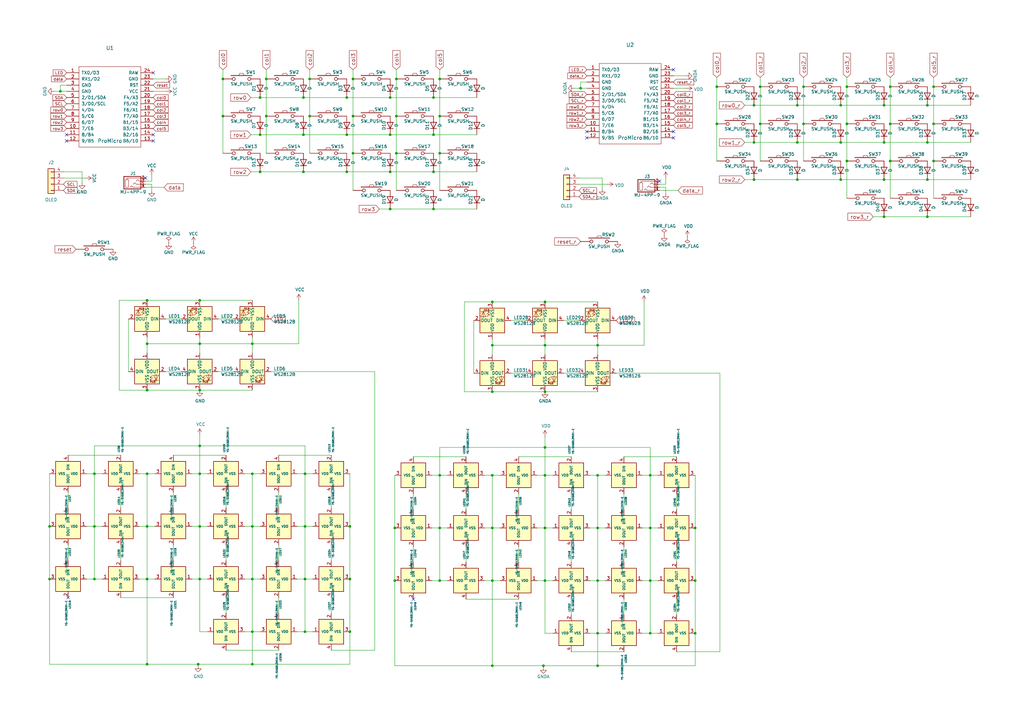
<source format=kicad_sch>
(kicad_sch (version 20211123) (generator eeschema)
  (paper "A3")
  (title_block (title "Corne Cherry") (date "2020-09-28") (rev "3.0.1") (company "foostan"))
  (junction (at 60.325 160.02))
  (junction (at 382.905 66.04))
  (junction (at 142.24 70.485))
  (junction (at 223.52 216.535))
  (junction (at 327.025 73.66))
  (junction (at 294.005 35.56))
  (junction (at 382.905 50.8))
  (junction (at 125.095 259.08))
  (junction (at 103.505 272.415))
  (junction (at 222.885 273.05))
  (junction (at 142.24 40.005))
  (junction (at 365.125 66.04))
  (junction (at 223.52 194.945))
  (junction (at 382.905 35.56))
  (junction (at 106.68 55.245))
  (junction (at 103.505 194.31))
  (junction (at 180.34 194.945))
  (junction (at 344.805 43.18))
  (junction (at 223.52 160.655))
  (junction (at 142.24 55.245))
  (junction (at 245.11 273.05))
  (junction (at 347.345 50.8))
  (junction (at 245.11 238.125))
  (junction (at 180.34 47.625))
  (junction (at 180.34 62.865))
  (junction (at 109.22 32.385))
  (junction (at 294.005 50.8))
  (junction (at 60.325 272.415))
  (junction (at 362.585 73.66))
  (junction (at 201.93 238.125))
  (junction (at 60.325 215.9))
  (junction (at 380.365 73.66))
  (junction (at 266.7 259.715))
  (junction (at 223.52 141.605))
  (junction (at 201.93 123.825))
  (junction (at 362.585 88.9))
  (junction (at 160.02 85.725))
  (junction (at 180.34 216.535))
  (junction (at 127 47.625))
  (junction (at 180.34 238.125))
  (junction (at 223.52 123.825))
  (junction (at 81.915 182.88))
  (junction (at 365.125 35.56))
  (junction (at 162.56 47.625))
  (junction (at 347.345 35.56))
  (junction (at 60.325 140.97))
  (junction (at 309.245 58.42))
  (junction (at 81.915 140.97))
  (junction (at 177.8 70.485))
  (junction (at 144.78 47.625))
  (junction (at 38.735 237.49))
  (junction (at 109.22 47.625))
  (junction (at 38.735 194.31))
  (junction (at 266.7 238.125))
  (junction (at 38.735 215.9))
  (junction (at 60.325 237.49))
  (junction (at 180.34 32.385))
  (junction (at 160.02 55.245))
  (junction (at 177.8 85.725))
  (junction (at 144.78 62.865))
  (junction (at 106.68 40.005))
  (junction (at 380.365 88.9))
  (junction (at 125.095 215.9))
  (junction (at 60.325 194.31))
  (junction (at 161.925 216.535))
  (junction (at 266.7 216.535))
  (junction (at 365.125 50.8))
  (junction (at 245.11 216.535))
  (junction (at 201.93 216.535))
  (junction (at 81.915 237.49))
  (junction (at 81.915 215.9))
  (junction (at 309.245 73.66))
  (junction (at 91.44 32.385))
  (junction (at 285.115 238.125))
  (junction (at 125.095 194.31))
  (junction (at 311.785 35.56))
  (junction (at 162.56 62.865))
  (junction (at 160.02 70.485))
  (junction (at 81.915 160.02))
  (junction (at 223.52 183.515))
  (junction (at 201.93 160.655))
  (junction (at 124.46 40.005))
  (junction (at 362.585 43.18))
  (junction (at 81.915 123.19))
  (junction (at 327.025 58.42))
  (junction (at 201.93 194.945))
  (junction (at 124.46 70.485))
  (junction (at 285.115 259.715))
  (junction (at 309.245 43.18))
  (junction (at 24.765 37.465))
  (junction (at 311.785 50.8))
  (junction (at 362.585 58.42))
  (junction (at 103.505 215.9))
  (junction (at 143.51 215.9))
  (junction (at 81.915 194.31))
  (junction (at 223.52 238.125))
  (junction (at 161.925 238.125))
  (junction (at 144.78 32.385))
  (junction (at 344.805 58.42))
  (junction (at 103.505 237.49))
  (junction (at 124.46 55.245))
  (junction (at 266.7 194.945))
  (junction (at 327.025 43.18))
  (junction (at 380.365 58.42))
  (junction (at 20.32 215.9))
  (junction (at 125.095 237.49))
  (junction (at 106.68 70.485))
  (junction (at 344.805 73.66))
  (junction (at 160.02 40.005))
  (junction (at 329.565 35.56))
  (junction (at 103.505 259.08))
  (junction (at 127 32.385))
  (junction (at 20.32 237.49))
  (junction (at 177.8 55.245))
  (junction (at 245.11 259.715))
  (junction (at 380.365 43.18))
  (junction (at 81.28 272.415))
  (junction (at 329.565 50.8))
  (junction (at 162.56 32.385))
  (junction (at 60.325 123.19))
  (junction (at 347.345 66.04))
  (junction (at 245.11 141.605))
  (junction (at 143.51 237.49))
  (junction (at 238.125 36.195))
  (junction (at 285.115 216.535))
  (junction (at 143.51 259.08))
  (junction (at 91.44 47.625))
  (junction (at 177.8 40.005))
  (junction (at 201.93 141.605))
  (junction (at 245.11 194.945))
  (junction (at 201.93 273.05))
  (junction (at 103.505 140.97))
  (no_connect (at 276.225 56.515))
  (no_connect (at 169.545 245.745))
  (no_connect (at 276.225 53.975))
  (no_connect (at 240.665 56.515))
  (no_connect (at 27.94 245.11))
  (no_connect (at 27.305 57.785))
  (no_connect (at 270.51 74.295))
  (no_connect (at 62.865 57.785))
  (no_connect (at 27.305 55.245))
  (no_connect (at 240.665 53.975))
  (no_connect (at 276.225 28.575))
  (no_connect (at 62.865 29.845))
  (no_connect (at 59.69 73.025))
  (no_connect (at 62.865 55.245))
  (wire (pts (xy 114.3 266.7) (xy 92.71 266.7)))
  (wire (pts (xy 269.875 194.945) (xy 266.7 194.945)))
  (wire (pts (xy 327.025 58.42) (xy 344.805 58.42)))
  (wire (pts (xy 223.52 139.065) (xy 223.52 141.605)))
  (wire (pts (xy 125.095 182.88) (xy 81.915 182.88)))
  (wire (pts (xy 102.87 55.245) (xy 106.68 55.245)))
  (wire (pts (xy 62.23 75.565) (xy 62.23 78.105)))
  (wire (pts (xy 78.74 194.31) (xy 81.915 194.31)))
  (wire (pts (xy 162.56 62.865) (xy 162.56 78.105)))
  (wire (pts (xy 380.365 43.18) (xy 398.145 43.18)))
  (wire (pts (xy 311.785 31.75) (xy 311.785 35.56)))
  (wire (pts (xy 212.725 208.915) (xy 212.725 202.565)))
  (wire (pts (xy 234.315 252.095) (xy 234.315 245.745)))
  (wire (pts (xy 81.915 237.49) (xy 81.915 215.9)))
  (wire (pts (xy 60.325 160.02) (xy 81.915 160.02)))
  (wire (pts (xy 122.555 140.97) (xy 122.555 123.19)))
  (wire (pts (xy 135.89 201.93) (xy 135.89 208.28)))
  (wire (pts (xy 305.435 73.66) (xy 309.245 73.66)))
  (wire (pts (xy 162.56 28.575) (xy 162.56 32.385)))
  (wire (pts (xy 60.325 215.9) (xy 60.325 237.49)))
  (wire (pts (xy 81.915 215.9) (xy 81.915 194.31)))
  (wire (pts (xy 162.56 32.385) (xy 162.56 47.625)))
  (wire (pts (xy 309.245 58.42) (xy 327.025 58.42)))
  (wire (pts (xy 59.69 76.835) (xy 67.31 76.835)))
  (wire (pts (xy 142.24 70.485) (xy 160.02 70.485)))
  (wire (pts (xy 180.34 47.625) (xy 180.34 62.865)))
  (wire (pts (xy 91.44 47.625) (xy 91.44 62.865)))
  (wire (pts (xy 241.935 194.945) (xy 245.11 194.945)))
  (wire (pts (xy 144.78 32.385) (xy 144.78 47.625)))
  (wire (pts (xy 180.34 194.945) (xy 180.34 183.515)))
  (wire (pts (xy 103.505 259.08) (xy 103.505 272.415)))
  (wire (pts (xy 344.805 58.42) (xy 362.585 58.42)))
  (wire (pts (xy 201.93 123.825) (xy 190.5 123.825)))
  (wire (pts (xy 266.7 183.515) (xy 223.52 183.515)))
  (wire (pts (xy 237.49 75.565) (xy 248.92 75.565)))
  (wire (pts (xy 234.315 187.325) (xy 212.725 187.325)))
  (wire (pts (xy 245.11 141.605) (xy 264.16 141.605)))
  (wire (pts (xy 125.095 215.9) (xy 128.27 215.9)))
  (wire (pts (xy 114.3 201.93) (xy 114.3 208.28)))
  (wire (pts (xy 103.505 237.49) (xy 106.68 237.49)))
  (wire (pts (xy 245.11 194.945) (xy 245.11 216.535)))
  (wire (pts (xy 81.915 178.435) (xy 81.915 182.88)))
  (wire (pts (xy 285.115 216.535) (xy 285.115 238.125)))
  (wire (pts (xy 33.655 70.485) (xy 26.035 70.485)))
  (wire (pts (xy 327.025 73.66) (xy 344.805 73.66)))
  (wire (pts (xy 365.125 66.04) (xy 365.125 81.28)))
  (wire (pts (xy 245.11 238.125) (xy 245.11 259.715)))
  (wire (pts (xy 201.93 238.125) (xy 201.93 273.05)))
  (wire (pts (xy 245.11 216.535) (xy 248.285 216.535)))
  (wire (pts (xy 266.7 183.515) (xy 266.7 194.945)))
  (wire (pts (xy 191.135 230.505) (xy 191.135 224.155)))
  (wire (pts (xy 223.52 179.07) (xy 223.52 183.515)))
  (wire (pts (xy 237.49 131.445) (xy 231.14 131.445)))
  (wire (pts (xy 135.89 223.52) (xy 135.89 229.87)))
  (wire (pts (xy 125.095 182.88) (xy 125.095 194.31)))
  (wire (pts (xy 177.165 194.945) (xy 180.34 194.945)))
  (wire (pts (xy 27.94 223.52) (xy 27.94 229.87)))
  (wire (pts (xy 294.005 31.75) (xy 294.005 35.56)))
  (wire (pts (xy 241.935 216.535) (xy 245.11 216.535)))
  (wire (pts (xy 201.93 141.605) (xy 223.52 141.605)))
  (wire (pts (xy 128.27 259.08) (xy 125.095 259.08)))
  (wire (pts (xy 201.93 139.065) (xy 201.93 141.605)))
  (wire (pts (xy 295.275 267.335) (xy 277.495 267.335)))
  (wire (pts (xy 103.505 215.9) (xy 103.505 237.49)))
  (wire (pts (xy 183.515 238.125) (xy 180.34 238.125)))
  (wire (pts (xy 248.285 194.945) (xy 245.11 194.945)))
  (wire (pts (xy 160.02 70.485) (xy 177.8 70.485)))
  (wire (pts (xy 266.7 259.715) (xy 263.525 259.715)))
  (wire (pts (xy 121.92 237.49) (xy 125.095 237.49)))
  (wire (pts (xy 295.275 153.035) (xy 295.275 267.335)))
  (wire (pts (xy 57.15 194.31) (xy 60.325 194.31)))
  (wire (pts (xy 103.505 140.97) (xy 103.505 144.78)))
  (wire (pts (xy 60.325 140.97) (xy 60.325 144.78)))
  (wire (pts (xy 245.11 238.125) (xy 248.285 238.125)))
  (wire (pts (xy 62.865 37.465) (xy 67.945 37.465)))
  (wire (pts (xy 177.8 55.245) (xy 195.58 55.245)))
  (wire (pts (xy 62.23 74.295) (xy 62.23 71.755)))
  (wire (pts (xy 270.51 75.565) (xy 273.05 75.565)))
  (wire (pts (xy 109.22 47.625) (xy 109.22 62.865)))
  (wire (pts (xy 81.915 259.08) (xy 85.09 259.08)))
  (wire (pts (xy 223.52 238.125) (xy 226.695 238.125)))
  (wire (pts (xy 60.325 237.49) (xy 63.5 237.49)))
  (wire (pts (xy 201.93 194.945) (xy 201.93 216.535)))
  (wire (pts (xy 223.52 216.535) (xy 223.52 194.945)))
  (wire (pts (xy 273.05 75.565) (xy 273.05 73.025)))
  (wire (pts (xy 169.545 202.565) (xy 169.545 208.915)))
  (wire (pts (xy 277.495 187.325) (xy 255.905 187.325)))
  (wire (pts (xy 255.905 245.745) (xy 255.905 252.095)))
  (wire (pts (xy 142.24 40.005) (xy 160.02 40.005)))
  (wire (pts (xy 201.93 216.535) (xy 205.105 216.535)))
  (wire (pts (xy 78.74 215.9) (xy 81.915 215.9)))
  (wire (pts (xy 177.8 85.725) (xy 195.58 85.725)))
  (wire (pts (xy 269.875 259.715) (xy 266.7 259.715)))
  (wire (pts (xy 238.125 36.195) (xy 240.665 36.195)))
  (wire (pts (xy 190.5 123.825) (xy 190.5 160.655)))
  (wire (pts (xy 344.805 43.18) (xy 362.585 43.18)))
  (wire (pts (xy 222.885 273.05) (xy 222.885 273.685)))
  (wire (pts (xy 329.565 31.75) (xy 329.565 35.56)))
  (wire (pts (xy 125.095 237.49) (xy 128.27 237.49)))
  (wire (pts (xy 223.52 123.825) (xy 201.93 123.825)))
  (wire (pts (xy 177.8 70.485) (xy 195.58 70.485)))
  (wire (pts (xy 38.735 237.49) (xy 38.735 215.9)))
  (wire (pts (xy 91.44 32.385) (xy 91.44 47.625)))
  (wire (pts (xy 223.52 183.515) (xy 180.34 183.515)))
  (wire (pts (xy 266.7 194.945) (xy 266.7 216.535)))
  (wire (pts (xy 382.905 31.75) (xy 382.905 35.56)))
  (wire (pts (xy 59.69 75.565) (xy 62.23 75.565)))
  (wire (pts (xy 81.915 140.97) (xy 81.915 144.78)))
  (wire (pts (xy 190.5 160.655) (xy 201.93 160.655)))
  (wire (pts (xy 305.435 58.42) (xy 309.245 58.42)))
  (wire (pts (xy 103.505 138.43) (xy 103.505 140.97)))
  (wire (pts (xy 135.89 245.11) (xy 135.89 251.46)))
  (wire (pts (xy 347.345 50.8) (xy 347.345 66.04)))
  (wire (pts (xy 231.14 153.035) (xy 237.49 153.035)))
  (wire (pts (xy 365.125 31.75) (xy 365.125 35.56)))
  (wire (pts (xy 92.71 251.46) (xy 92.71 245.11)))
  (wire (pts (xy 252.73 153.035) (xy 295.275 153.035)))
  (wire (pts (xy 103.505 259.08) (xy 100.33 259.08)))
  (wire (pts (xy 245.11 139.065) (xy 245.11 141.605)))
  (wire (pts (xy 161.925 194.945) (xy 161.925 216.535)))
  (wire (pts (xy 81.915 138.43) (xy 81.915 140.97)))
  (wire (pts (xy 155.575 85.725) (xy 160.02 85.725)))
  (wire (pts (xy 177.165 238.125) (xy 180.34 238.125)))
  (wire (pts (xy 220.345 216.535) (xy 223.52 216.535)))
  (wire (pts (xy 20.32 237.49) (xy 20.32 272.415)))
  (wire (pts (xy 241.935 238.125) (xy 245.11 238.125)))
  (wire (pts (xy 143.51 237.49) (xy 143.51 259.08)))
  (wire (pts (xy 81.915 215.9) (xy 85.09 215.9)))
  (wire (pts (xy 35.56 237.49) (xy 38.735 237.49)))
  (wire (pts (xy 38.735 215.9) (xy 41.91 215.9)))
  (wire (pts (xy 160.02 40.005) (xy 177.8 40.005)))
  (wire (pts (xy 81.28 272.415) (xy 81.28 273.05)))
  (wire (pts (xy 111.125 152.4) (xy 153.67 152.4)))
  (wire (pts (xy 24.765 37.465) (xy 27.305 37.465)))
  (wire (pts (xy 305.435 43.18) (xy 309.245 43.18)))
  (wire (pts (xy 382.905 50.8) (xy 382.905 66.04)))
  (wire (pts (xy 223.52 238.125) (xy 223.52 216.535)))
  (wire (pts (xy 153.67 266.7) (xy 135.89 266.7)))
  (wire (pts (xy 48.895 160.02) (xy 60.325 160.02)))
  (wire (pts (xy 212.725 245.745) (xy 191.135 245.745)))
  (wire (pts (xy 74.295 130.81) (xy 67.945 130.81)))
  (wire (pts (xy 92.71 229.87) (xy 92.71 223.52)))
  (wire (pts (xy 106.68 194.31) (xy 103.505 194.31)))
  (wire (pts (xy 270.51 78.105) (xy 278.13 78.105)))
  (wire (pts (xy 106.68 55.245) (xy 124.46 55.245)))
  (wire (pts (xy 109.22 32.385) (xy 109.22 47.625)))
  (wire (pts (xy 124.46 40.005) (xy 142.24 40.005)))
  (wire (pts (xy 49.53 208.28) (xy 49.53 201.93)))
  (wire (pts (xy 103.505 123.19) (xy 81.915 123.19)))
  (wire (pts (xy 125.095 194.31) (xy 121.92 194.31)))
  (wire (pts (xy 71.12 208.28) (xy 71.12 201.93)))
  (wire (pts (xy 198.755 238.125) (xy 201.93 238.125)))
  (wire (pts (xy 382.905 35.56) (xy 382.905 50.8)))
  (wire (pts (xy 277.495 202.565) (xy 277.495 208.915)))
  (wire (pts (xy 48.895 123.19) (xy 48.895 160.02)))
  (wire (pts (xy 81.28 272.415) (xy 103.505 272.415)))
  (wire (pts (xy 91.44 28.575) (xy 91.44 32.385)))
  (wire (pts (xy 60.325 272.415) (xy 81.28 272.415)))
  (wire (pts (xy 161.925 238.125) (xy 161.925 273.05)))
  (wire (pts (xy 38.735 215.9) (xy 38.735 194.31)))
  (wire (pts (xy 153.67 152.4) (xy 153.67 266.7)))
  (wire (pts (xy 180.34 32.385) (xy 180.34 47.625)))
  (wire (pts (xy 248.285 259.715) (xy 245.11 259.715)))
  (wire (pts (xy 362.585 58.42) (xy 380.365 58.42)))
  (wire (pts (xy 362.585 88.9) (xy 380.365 88.9)))
  (wire (pts (xy 100.33 194.31) (xy 103.505 194.31)))
  (wire (pts (xy 329.565 35.56) (xy 329.565 50.8)))
  (wire (pts (xy 247.015 73.025) (xy 247.015 77.47)))
  (wire (pts (xy 33.655 74.93) (xy 33.655 70.485)))
  (wire (pts (xy 124.46 55.245) (xy 142.24 55.245)))
  (wire (pts (xy 198.755 194.945) (xy 201.93 194.945)))
  (wire (pts (xy 24.765 34.925) (xy 24.765 37.465)))
  (wire (pts (xy 347.345 31.75) (xy 347.345 35.56)))
  (wire (pts (xy 223.52 238.125) (xy 223.52 259.715)))
  (wire (pts (xy 144.78 28.575) (xy 144.78 32.385)))
  (wire (pts (xy 52.705 130.81) (xy 52.705 152.4)))
  (wire (pts (xy 266.7 259.715) (xy 266.7 238.125)))
  (wire (pts (xy 234.315 208.915) (xy 234.315 202.565)))
  (wire (pts (xy 144.78 47.625) (xy 144.78 62.865)))
  (wire (pts (xy 285.115 273.05) (xy 245.11 273.05)))
  (wire (pts (xy 102.87 40.005) (xy 106.68 40.005)))
  (wire (pts (xy 309.245 73.66) (xy 327.025 73.66)))
  (wire (pts (xy 100.33 237.49) (xy 103.505 237.49)))
  (wire (pts (xy 285.115 259.715) (xy 285.115 273.05)))
  (wire (pts (xy 362.585 43.18) (xy 380.365 43.18)))
  (wire (pts (xy 347.345 66.04) (xy 347.345 81.28)))
  (wire (pts (xy 294.005 50.8) (xy 294.005 66.04)))
  (wire (pts (xy 234.315 230.505) (xy 234.315 224.155)))
  (wire (pts (xy 160.02 55.245) (xy 177.8 55.245)))
  (wire (pts (xy 270.51 76.835) (xy 273.05 76.835)))
  (wire (pts (xy 201.93 216.535) (xy 201.93 238.125)))
  (wire (pts (xy 162.56 47.625) (xy 162.56 62.865)))
  (wire (pts (xy 201.93 273.05) (xy 161.925 273.05)))
  (wire (pts (xy 124.46 70.485) (xy 142.24 70.485)))
  (wire (pts (xy 220.345 238.125) (xy 223.52 238.125)))
  (wire (pts (xy 92.71 186.69) (xy 71.12 186.69)))
  (wire (pts (xy 362.585 73.66) (xy 380.365 73.66)))
  (wire (pts (xy 125.095 237.49) (xy 125.095 215.9)))
  (wire (pts (xy 125.095 259.08) (xy 121.92 259.08)))
  (wire (pts (xy 255.905 202.565) (xy 255.905 208.915)))
  (wire (pts (xy 81.915 237.49) (xy 85.09 237.49)))
  (wire (pts (xy 263.525 238.125) (xy 266.7 238.125)))
  (wire (pts (xy 102.87 70.485) (xy 106.68 70.485)))
  (wire (pts (xy 125.095 194.31) (xy 125.095 215.9)))
  (wire (pts (xy 38.735 194.31) (xy 41.91 194.31)))
  (wire (pts (xy 60.325 138.43) (xy 60.325 140.97)))
  (wire (pts (xy 89.535 152.4) (xy 95.885 152.4)))
  (wire (pts (xy 212.725 224.155) (xy 212.725 230.505)))
  (wire (pts (xy 209.55 153.035) (xy 215.9 153.035)))
  (wire (pts (xy 215.9 131.445) (xy 209.55 131.445)))
  (wire (pts (xy 277.495 224.155) (xy 277.495 230.505)))
  (wire (pts (xy 60.325 123.19) (xy 48.895 123.19)))
  (wire (pts (xy 201.93 273.05) (xy 222.885 273.05)))
  (wire (pts (xy 143.51 215.9) (xy 143.51 237.49)))
  (wire (pts (xy 38.735 194.31) (xy 38.735 182.88)))
  (wire (pts (xy 81.915 194.31) (xy 81.915 182.88)))
  (wire (pts (xy 198.755 216.535) (xy 201.93 216.535)))
  (wire (pts (xy 143.51 259.08) (xy 143.51 272.415)))
  (wire (pts (xy 81.915 123.19) (xy 60.325 123.19)))
  (wire (pts (xy 380.365 58.42) (xy 398.145 58.42)))
  (wire (pts (xy 63.5 194.31) (xy 60.325 194.31)))
  (wire (pts (xy 103.505 215.9) (xy 106.68 215.9)))
  (wire (pts (xy 161.925 216.535) (xy 161.925 238.125)))
  (wire (pts (xy 127 32.385) (xy 127 47.625)))
  (wire (pts (xy 223.52 259.715) (xy 226.695 259.715)))
  (wire (pts (xy 81.915 140.97) (xy 103.505 140.97)))
  (wire (pts (xy 223.52 194.945) (xy 226.695 194.945)))
  (wire (pts (xy 81.915 237.49) (xy 81.915 259.08)))
  (wire (pts (xy 358.14 88.9) (xy 362.585 88.9)))
  (wire (pts (xy 27.94 201.93) (xy 27.94 208.28)))
  (wire (pts (xy 106.68 70.485) (xy 124.46 70.485)))
  (wire (pts (xy 223.52 141.605) (xy 223.52 145.415)))
  (wire (pts (xy 220.345 194.945) (xy 223.52 194.945)))
  (wire (pts (xy 35.56 215.9) (xy 38.735 215.9)))
  (wire (pts (xy 135.89 186.69) (xy 114.3 186.69)))
  (wire (pts (xy 222.885 273.05) (xy 245.11 273.05)))
  (wire (pts (xy 144.78 62.865) (xy 144.78 78.105)))
  (wire (pts (xy 273.05 76.835) (xy 273.05 79.375)))
  (wire (pts (xy 327.025 43.18) (xy 344.805 43.18)))
  (wire (pts (xy 380.365 73.66) (xy 398.145 73.66)))
  (wire (pts (xy 67.945 152.4) (xy 74.295 152.4)))
  (wire (pts (xy 255.905 267.335) (xy 234.315 267.335)))
  (wire (pts (xy 285.115 238.125) (xy 285.115 259.715)))
  (wire (pts (xy 103.505 194.31) (xy 103.505 215.9)))
  (wire (pts (xy 142.24 55.245) (xy 160.02 55.245)))
  (wire (pts (xy 57.15 237.49) (xy 60.325 237.49)))
  (wire (pts (xy 263.525 216.535) (xy 266.7 216.535)))
  (wire (pts (xy 27.305 34.925) (xy 24.765 34.925)))
  (wire (pts (xy 201.93 160.655) (xy 223.52 160.655)))
  (wire (pts (xy 100.33 215.9) (xy 103.505 215.9)))
  (wire (pts (xy 294.005 35.56) (xy 294.005 50.8)))
  (wire (pts (xy 177.8 40.005) (xy 195.58 40.005)))
  (wire (pts (xy 266.7 194.945) (xy 263.525 194.945)))
  (wire (pts (xy 238.125 33.655) (xy 238.125 36.195)))
  (wire (pts (xy 329.565 50.8) (xy 329.565 66.04)))
  (wire (pts (xy 127 28.575) (xy 127 32.385)))
  (wire (pts (xy 223.52 216.535) (xy 226.695 216.535)))
  (wire (pts (xy 26.035 73.025) (xy 34.925 73.025)))
  (wire (pts (xy 285.115 194.945) (xy 285.115 216.535)))
  (wire (pts (xy 78.74 237.49) (xy 81.915 237.49)))
  (wire (pts (xy 62.865 32.385) (xy 67.945 32.385)))
  (wire (pts (xy 20.32 215.9) (xy 20.32 237.49)))
  (wire (pts (xy 128.27 194.31) (xy 125.095 194.31)))
  (wire (pts (xy 103.505 140.97) (xy 122.555 140.97)))
  (wire (pts (xy 223.52 141.605) (xy 245.11 141.605)))
  (wire (pts (xy 245.11 123.825) (xy 223.52 123.825)))
  (wire (pts (xy 35.56 194.31) (xy 38.735 194.31)))
  (wire (pts (xy 245.11 259.715) (xy 241.935 259.715)))
  (wire (pts (xy 266.7 238.125) (xy 269.875 238.125)))
  (wire (pts (xy 177.165 216.535) (xy 180.34 216.535)))
  (wire (pts (xy 60.325 215.9) (xy 63.5 215.9)))
  (wire (pts (xy 266.7 238.125) (xy 266.7 216.535)))
  (wire (pts (xy 92.71 208.28) (xy 92.71 201.93)))
  (wire (pts (xy 180.34 28.575) (xy 180.34 32.385)))
  (wire (pts (xy 277.495 245.745) (xy 277.495 252.095)))
  (wire (pts (xy 60.325 194.31) (xy 60.325 215.9)))
  (wire (pts (xy 264.16 141.605) (xy 264.16 123.825)))
  (wire (pts (xy 143.51 194.31) (xy 143.51 215.9)))
  (wire (pts (xy 60.325 272.415) (xy 20.32 272.415)))
  (wire (pts (xy 223.52 160.655) (xy 245.11 160.655)))
  (wire (pts (xy 103.505 237.49) (xy 103.505 259.08)))
  (wire (pts (xy 309.245 43.18) (xy 327.025 43.18)))
  (wire (pts (xy 245.11 141.605) (xy 245.11 145.415)))
  (wire (pts (xy 49.53 186.69) (xy 27.94 186.69)))
  (wire (pts (xy 180.34 216.535) (xy 180.34 194.945)))
  (wire (pts (xy 240.665 33.655) (xy 238.125 33.655)))
  (wire (pts (xy 41.91 237.49) (xy 38.735 237.49)))
  (wire (pts (xy 143.51 272.415) (xy 103.505 272.415)))
  (wire (pts (xy 71.12 223.52) (xy 71.12 229.87)))
  (wire (pts (xy 180.34 62.865) (xy 180.34 78.105)))
  (wire (pts (xy 245.11 259.715) (xy 245.11 273.05)))
  (wire (pts (xy 191.135 208.915) (xy 191.135 202.565)))
  (wire (pts (xy 191.135 187.325) (xy 169.545 187.325)))
  (wire (pts (xy 266.7 216.535) (xy 269.875 216.535)))
  (wire (pts (xy 235.585 36.195) (xy 238.125 36.195)))
  (wire (pts (xy 109.22 28.575) (xy 109.22 32.385)))
  (wire (pts (xy 201.93 238.125) (xy 205.105 238.125)))
  (wire (pts (xy 60.325 140.97) (xy 81.915 140.97)))
  (wire (pts (xy 49.53 229.87) (xy 49.53 223.52)))
  (wire (pts (xy 311.785 50.8) (xy 311.785 66.04)))
  (wire (pts (xy 60.325 237.49) (xy 60.325 272.415)))
  (wire (pts (xy 169.545 224.155) (xy 169.545 230.505)))
  (wire (pts (xy 121.92 215.9) (xy 125.095 215.9)))
  (wire (pts (xy 22.225 37.465) (xy 24.765 37.465)))
  (wire (pts (xy 255.905 224.155) (xy 255.905 230.505)))
  (wire (pts (xy 276.225 31.115) (xy 281.305 31.115)))
  (wire (pts (xy 347.345 35.56) (xy 347.345 50.8)))
  (wire (pts (xy 114.3 223.52) (xy 114.3 229.87)))
  (wire (pts (xy 95.885 130.81) (xy 89.535 130.81)))
  (wire (pts (xy 81.915 194.31) (xy 85.09 194.31)))
  (wire (pts (xy 180.34 194.945) (xy 183.515 194.945)))
  (wire (pts (xy 127 47.625) (xy 127 62.865)))
  (wire (pts (xy 205.105 194.945) (xy 201.93 194.945)))
  (wire (pts (xy 57.15 215.9) (xy 60.325 215.9)))
  (wire (pts (xy 382.905 66.04) (xy 382.905 81.28)))
  (wire (pts (xy 114.3 245.11) (xy 114.3 251.46)))
  (wire (pts (xy 344.805 73.66) (xy 362.585 73.66)))
  (wire (pts (xy 180.34 216.535) (xy 183.515 216.535)))
  (wire (pts (xy 106.68 259.08) (xy 103.505 259.08)))
  (wire (pts (xy 201.93 141.605) (xy 201.93 145.415)))
  (wire (pts (xy 160.02 85.725) (xy 177.8 85.725)))
  (wire (pts (xy 59.69 74.295) (xy 62.23 74.295)))
  (wire (pts (xy 20.32 194.31) (xy 20.32 215.9)))
  (wire (pts (xy 311.785 35.56) (xy 311.785 50.8)))
  (wire (pts (xy 125.095 259.08) (xy 125.095 237.49)))
  (wire (pts (xy 223.52 194.945) (xy 223.52 183.515)))
  (wire (pts (xy 380.365 88.9) (xy 398.145 88.9)))
  (wire (pts (xy 365.125 35.56) (xy 365.125 50.8)))
  (wire (pts (xy 365.125 50.8) (xy 365.125 66.04)))
  (wire (pts (xy 180.34 238.125) (xy 180.34 216.535)))
  (wire (pts (xy 237.49 73.025) (xy 247.015 73.025)))
  (wire (pts (xy 276.225 36.195) (xy 281.305 36.195)))
  (wire (pts (xy 81.915 160.02) (xy 103.505 160.02)))
  (wire (pts (xy 245.11 216.535) (xy 245.11 238.125)))
  (wire (pts (xy 194.31 131.445) (xy 194.31 153.035)))
  (wire (pts (xy 71.12 245.11) (xy 49.53 245.11)))
  (wire (pts (xy 81.915 182.88) (xy 38.735 182.88)))
  (wire (pts (xy 106.68 40.005) (xy 124.46 40.005)))
  (global_label "reset_r" (shape input) (at 276.225 33.655 0) (effects (font (size 1.1938 1.1938))) (property "Intersheet References" "${INTERSHEET_REFS}" (effects hide)))
  (global_label "col2_r" (shape input) (at 276.225 43.815 0) (effects (font (size 1.1938 1.1938))) (property "Intersheet References" "${INTERSHEET_REFS}" (effects hide)))
  (global_label "data" (shape input) (at 27.305 32.385 180) (effects (font (size 1.1938 1.1938))) (property "Intersheet References" "${INTERSHEET_REFS}" (effects hide)))
  (global_label "SDA" (shape input) (at 26.035 78.105 0) (effects (font (size 1.1938 1.1938))) (property "Intersheet References" "${INTERSHEET_REFS}" (effects hide)))
  (global_label "row3_r" (shape input) (at 240.665 51.435 180) (effects (font (size 1.1938 1.1938))) (property "Intersheet References" "${INTERSHEET_REFS}" (effects hide)))
  (global_label "LED_r" (shape input) (at 240.665 28.575 180) (effects (font (size 1.1938 1.1938))) (property "Intersheet References" "${INTERSHEET_REFS}" (effects hide)))
  (global_label "row1_r" (shape input) (at 240.665 46.355 180) (effects (font (size 1.1938 1.1938))) (property "Intersheet References" "${INTERSHEET_REFS}" (effects hide)))
  (global_label "row3" (shape input) (at 155.575 85.725 180) (effects (font (size 1.524 1.524))) (property "Intersheet References" "${INTERSHEET_REFS}" (effects hide)))
  (global_label "row2_r" (shape input) (at 305.435 73.66 180) (effects (font (size 1.524 1.524))) (property "Intersheet References" "${INTERSHEET_REFS}" (effects hide)))
  (global_label "col1" (shape input) (at 109.22 28.575 90) (effects (font (size 1.524 1.524))) (property "Intersheet References" "${INTERSHEET_REFS}" (effects hide)))
  (global_label "col0_r" (shape input) (at 294.005 31.75 90) (effects (font (size 1.524 1.524))) (property "Intersheet References" "${INTERSHEET_REFS}" (effects hide)))
  (global_label "col1_r" (shape input) (at 311.785 31.75 90) (effects (font (size 1.524 1.524))) (property "Intersheet References" "${INTERSHEET_REFS}" (effects hide)))
  (global_label "SDA" (shape input) (at 27.305 40.005 180) (effects (font (size 1.1938 1.1938))) (property "Intersheet References" "${INTERSHEET_REFS}" (effects hide)))
  (global_label "col3_r" (shape input) (at 276.225 46.355 0) (effects (font (size 1.1938 1.1938))) (property "Intersheet References" "${INTERSHEET_REFS}" (effects hide)))
  (global_label "col0" (shape input) (at 91.44 28.575 90) (effects (font (size 1.524 1.524))) (property "Intersheet References" "${INTERSHEET_REFS}" (effects hide)))
  (global_label "row3" (shape input) (at 27.305 52.705 180) (effects (font (size 1.1938 1.1938))) (property "Intersheet References" "${INTERSHEET_REFS}" (effects hide)))
  (global_label "row2" (shape input) (at 27.305 50.165 180) (effects (font (size 1.1938 1.1938))) (property "Intersheet References" "${INTERSHEET_REFS}" (effects hide)))
  (global_label "col5" (shape input) (at 180.34 28.575 90) (effects (font (size 1.524 1.524))) (property "Intersheet References" "${INTERSHEET_REFS}" (effects hide)))
  (global_label "SCL" (shape input) (at 27.305 42.545 180) (effects (font (size 1.1938 1.1938))) (property "Intersheet References" "${INTERSHEET_REFS}" (effects hide)))
  (global_label "reset_r" (shape input) (at 238.125 99.06 180) (effects (font (size 1.524 1.524))) (property "Intersheet References" "${INTERSHEET_REFS}" (effects hide)))
  (global_label "SCL" (shape input) (at 26.035 75.565 0) (effects (font (size 1.1938 1.1938))) (property "Intersheet References" "${INTERSHEET_REFS}" (effects hide)))
  (global_label "col2_r" (shape input) (at 329.565 31.75 90) (effects (font (size 1.524 1.524))) (property "Intersheet References" "${INTERSHEET_REFS}" (effects hide)))
  (global_label "SDA_r" (shape input) (at 237.49 80.645 0) (effects (font (size 1.1938 1.1938))) (property "Intersheet References" "${INTERSHEET_REFS}" (effects hide)))
  (global_label "SCL_r" (shape input) (at 240.665 41.275 180) (effects (font (size 1.1938 1.1938))) (property "Intersheet References" "${INTERSHEET_REFS}" (effects hide)))
  (global_label "row1" (shape input) (at 27.305 47.625 180) (effects (font (size 1.1938 1.1938))) (property "Intersheet References" "${INTERSHEET_REFS}" (effects hide)))
  (global_label "col3" (shape input) (at 62.865 47.625 0) (effects (font (size 1.1938 1.1938))) (property "Intersheet References" "${INTERSHEET_REFS}" (effects hide)))
  (global_label "row0" (shape input) (at 27.305 45.085 180) (effects (font (size 1.1938 1.1938))) (property "Intersheet References" "${INTERSHEET_REFS}" (effects hide)))
  (global_label "col3_r" (shape input) (at 347.345 31.75 90) (effects (font (size 1.524 1.524))) (property "Intersheet References" "${INTERSHEET_REFS}" (effects hide)))
  (global_label "col2" (shape input) (at 62.865 45.085 0) (effects (font (size 1.1938 1.1938))) (property "Intersheet References" "${INTERSHEET_REFS}" (effects hide)))
  (global_label "row0_r" (shape input) (at 240.665 43.815 180) (effects (font (size 1.1938 1.1938))) (property "Intersheet References" "${INTERSHEET_REFS}" (effects hide)))
  (global_label "SCL_r" (shape input) (at 237.49 78.105 0) (effects (font (size 1.1938 1.1938))) (property "Intersheet References" "${INTERSHEET_REFS}" (effects hide)))
  (global_label "col5_r" (shape input) (at 382.905 31.75 90) (effects (font (size 1.524 1.524))) (property "Intersheet References" "${INTERSHEET_REFS}" (effects hide)))
  (global_label "col2" (shape input) (at 127 28.575 90) (effects (font (size 1.524 1.524))) (property "Intersheet References" "${INTERSHEET_REFS}" (effects hide)))
  (global_label "col4_r" (shape input) (at 276.225 48.895 0) (effects (font (size 1.1938 1.1938))) (property "Intersheet References" "${INTERSHEET_REFS}" (effects hide)))
  (global_label "reset" (shape input) (at 31.115 102.235 180) (effects (font (size 1.524 1.524))) (property "Intersheet References" "${INTERSHEET_REFS}" (effects hide)))
  (global_label "col5" (shape input) (at 62.865 52.705 0) (effects (font (size 1.1938 1.1938))) (property "Intersheet References" "${INTERSHEET_REFS}" (effects hide)))
  (global_label "data_r" (shape input) (at 240.665 31.115 180) (effects (font (size 1.1938 1.1938))) (property "Intersheet References" "${INTERSHEET_REFS}" (effects hide)))
  (global_label "SDA_r" (shape input) (at 240.665 38.735 180) (effects (font (size 1.1938 1.1938))) (property "Intersheet References" "${INTERSHEET_REFS}" (effects hide)))
  (global_label "col3" (shape input) (at 144.78 28.575 90) (effects (font (size 1.524 1.524))) (property "Intersheet References" "${INTERSHEET_REFS}" (effects hide)))
  (global_label "row2" (shape input) (at 102.87 70.485 180) (effects (font (size 1.524 1.524))) (property "Intersheet References" "${INTERSHEET_REFS}" (effects hide)))
  (global_label "col0" (shape input) (at 62.865 40.005 0) (effects (font (size 1.1938 1.1938))) (property "Intersheet References" "${INTERSHEET_REFS}" (effects hide)))
  (global_label "data_r" (shape input) (at 278.13 78.105 0) (effects (font (size 1.524 1.524))) (property "Intersheet References" "${INTERSHEET_REFS}" (effects hide)))
  (global_label "row0_r" (shape input) (at 305.435 43.18 180) (effects (font (size 1.524 1.524))) (property "Intersheet References" "${INTERSHEET_REFS}" (effects hide)))
  (global_label "reset" (shape input) (at 62.865 34.925 0) (effects (font (size 1.1938 1.1938))) (property "Intersheet References" "${INTERSHEET_REFS}" (effects hide)))
  (global_label "col1" (shape input) (at 62.865 42.545 0) (effects (font (size 1.1938 1.1938))) (property "Intersheet References" "${INTERSHEET_REFS}" (effects hide)))
  (global_label "col1_r" (shape input) (at 276.225 41.275 0) (effects (font (size 1.1938 1.1938))) (property "Intersheet References" "${INTERSHEET_REFS}" (effects hide)))
  (global_label "LED_r" (shape input) (at 252.73 131.445 0) (property "Intersheet References" "${INTERSHEET_REFS}" (effects hide)))
  (global_label "col4" (shape input) (at 162.56 28.575 90) (effects (font (size 1.524 1.524))) (property "Intersheet References" "${INTERSHEET_REFS}" (effects hide)))
  (global_label "LED" (shape input) (at 27.305 29.845 180) (effects (font (size 1.1938 1.1938))) (property "Intersheet References" "${INTERSHEET_REFS}" (effects hide)))
  (global_label "col4_r" (shape input) (at 365.125 31.75 90) (effects (font (size 1.524 1.524))) (property "Intersheet References" "${INTERSHEET_REFS}" (effects hide)))
  (global_label "data" (shape input) (at 67.31 76.835 0) (effects (font (size 1.524 1.524))) (property "Intersheet References" "${INTERSHEET_REFS}" (effects hide)))
  (global_label "row3_r" (shape input) (at 358.14 88.9 180) (effects (font (size 1.524 1.524))) (property "Intersheet References" "${INTERSHEET_REFS}" (effects hide)))
  (global_label "row0" (shape input) (at 102.87 40.005 180) (effects (font (size 1.524 1.524))) (property "Intersheet References" "${INTERSHEET_REFS}" (effects hide)))
  (global_label "col5_r" (shape input) (at 276.225 51.435 0) (effects (font (size 1.1938 1.1938))) (property "Intersheet References" "${INTERSHEET_REFS}" (effects hide)))
  (global_label "row2_r" (shape input) (at 240.665 48.895 180) (effects (font (size 1.1938 1.1938))) (property "Intersheet References" "${INTERSHEET_REFS}" (effects hide)))
  (global_label "LED" (shape input) (at 111.125 130.81 0) (property "Intersheet References" "${INTERSHEET_REFS}" (effects hide)))
  (global_label "row1" (shape input) (at 102.87 55.245 180) (effects (font (size 1.524 1.524))) (property "Intersheet References" "${INTERSHEET_REFS}" (effects hide)))
  (global_label "col0_r" (shape input) (at 276.225 38.735 0) (effects (font (size 1.1938 1.1938))) (property "Intersheet References" "${INTERSHEET_REFS}" (effects hide)))
  (global_label "col4" (shape input) (at 62.865 50.165 0) (effects (font (size 1.1938 1.1938))) (property "Intersheet References" "${INTERSHEET_REFS}" (effects hide)))
  (global_label "row1_r" (shape input) (at 305.435 58.42 180) (effects (font (size 1.524 1.524))) (property "Intersheet References" "${INTERSHEET_REFS}" (effects hide)))
  (symbol (lib_id "kbd:ProMicro") (at 45.085 43.815 0) (unit 1)
    (property "Reference" "U1" (at 45.085 19.685 0) (effects (font (size 1.524 1.524))))
    (property "Value" "ProMicro" (at 45.085 57.785 0) (effects (font (size 1.524 1.524))))
    (property "Footprint" "kbd:ProMicro_v3" (effects hide))
  )
  (symbol (lib_id "kbd:SW_PUSH") (at 116.84 32.385 0) (unit 1)
    (property "Reference" "SW2" (at 120.65 29.591 0))
    (property "Value" "SW_PUSH" (at 116.84 34.417 0))
    (property "Footprint" "kbd:CherryMX_Hotswap" (effects hide))
  )
  (symbol (lib_id "Device:D") (at 124.46 36.195 90) (unit 1)
    (property "Reference" "D2" (at 121.92 36.195 0))
    (property "Value" "D" (at 127 36.195 0))
    (property "Footprint" "kbd:D3_SMD_v2" (effects hide))
  )
  (symbol (lib_id "kbd:SW_PUSH") (at 134.62 32.385 0) (unit 1)
    (property "Reference" "SW3" (at 138.43 29.591 0))
    (property "Value" "SW_PUSH" (at 134.62 34.417 0))
    (property "Footprint" "kbd:CherryMX_Hotswap" (effects hide))
  )
  (symbol (lib_id "Device:D") (at 142.24 36.195 90) (unit 1)
    (property "Reference" "D3" (at 139.7 36.195 0))
    (property "Value" "D" (at 144.78 36.195 0))
    (property "Footprint" "kbd:D3_SMD_v2" (effects hide))
  )
  (symbol (lib_id "kbd:SW_PUSH") (at 152.4 32.385 0) (unit 1)
    (property "Reference" "SW4" (at 156.21 29.591 0))
    (property "Value" "SW_PUSH" (at 152.4 34.417 0))
    (property "Footprint" "kbd:CherryMX_Hotswap" (effects hide))
  )
  (symbol (lib_id "kbd:SW_PUSH") (at 170.18 32.385 0) (unit 1)
    (property "Reference" "SW5" (at 173.99 29.591 0))
    (property "Value" "SW_PUSH" (at 170.18 34.417 0))
    (property "Footprint" "kbd:CherryMX_Hotswap" (effects hide))
  )
  (symbol (lib_id "kbd:SW_PUSH") (at 187.96 32.385 0) (unit 1)
    (property "Reference" "SW6" (at 191.77 29.591 0))
    (property "Value" "SW_PUSH" (at 187.96 34.417 0))
    (property "Footprint" "kbd:CherryMX_Hotswap" (effects hide))
  )
  (symbol (lib_id "Device:D") (at 160.02 36.195 90) (unit 1)
    (property "Reference" "D4" (at 157.48 36.195 0))
    (property "Value" "D" (at 162.56 36.195 0))
    (property "Footprint" "kbd:D3_SMD_v2" (effects hide))
  )
  (symbol (lib_id "Device:D") (at 177.8 36.195 90) (unit 1)
    (property "Reference" "D5" (at 175.26 36.195 0))
    (property "Value" "D" (at 180.34 36.195 0))
    (property "Footprint" "kbd:D3_SMD_v2" (effects hide))
  )
  (symbol (lib_id "Device:D") (at 195.58 36.195 90) (unit 1)
    (property "Reference" "D6" (at 193.04 36.195 0))
    (property "Value" "D" (at 198.12 36.195 0))
    (property "Footprint" "kbd:D3_SMD_v2" (effects hide))
  )
  (symbol (lib_id "kbd:SW_PUSH") (at 99.06 32.385 0) (unit 1)
    (property "Reference" "SW1" (at 102.87 29.591 0))
    (property "Value" "SW_PUSH" (at 99.06 34.417 0))
    (property "Footprint" "kbd:CherryMX_Hotswap" (effects hide))
  )
  (symbol (lib_id "Device:D") (at 106.68 36.195 90) (unit 1)
    (property "Reference" "D1" (at 104.14 36.195 0))
    (property "Value" "D" (at 109.22 36.195 0))
    (property "Footprint" "kbd:D3_SMD_v2" (effects hide))
  )
  (symbol (lib_id "kbd:SW_PUSH") (at 116.84 47.625 0) (unit 1)
    (property "Reference" "SW8" (at 120.65 44.831 0))
    (property "Value" "SW_PUSH" (at 116.84 49.657 0))
    (property "Footprint" "kbd:CherryMX_Hotswap" (effects hide))
  )
  (symbol (lib_id "Device:D") (at 124.46 51.435 90) (unit 1)
    (property "Reference" "D8" (at 121.92 51.435 0))
    (property "Value" "D" (at 127 51.435 0))
    (property "Footprint" "kbd:D3_SMD_v2" (effects hide))
  )
  (symbol (lib_id "kbd:SW_PUSH") (at 134.62 47.625 0) (unit 1)
    (property "Reference" "SW9" (at 138.43 44.831 0))
    (property "Value" "SW_PUSH" (at 134.62 49.657 0))
    (property "Footprint" "kbd:CherryMX_Hotswap" (effects hide))
  )
  (symbol (lib_id "Device:D") (at 142.24 51.435 90) (unit 1)
    (property "Reference" "D9" (at 139.7 51.435 0))
    (property "Value" "D" (at 144.78 51.435 0))
    (property "Footprint" "kbd:D3_SMD_v2" (effects hide))
  )
  (symbol (lib_id "kbd:SW_PUSH") (at 152.4 47.625 0) (unit 1)
    (property "Reference" "SW10" (at 156.21 44.831 0))
    (property "Value" "SW_PUSH" (at 152.4 49.657 0))
    (property "Footprint" "kbd:CherryMX_Hotswap" (effects hide))
  )
  (symbol (lib_id "kbd:SW_PUSH") (at 170.18 47.625 0) (unit 1)
    (property "Reference" "SW11" (at 173.99 44.831 0))
    (property "Value" "SW_PUSH" (at 170.18 49.657 0))
    (property "Footprint" "kbd:CherryMX_Hotswap" (effects hide))
  )
  (symbol (lib_id "kbd:SW_PUSH") (at 187.96 47.625 0) (unit 1)
    (property "Reference" "SW12" (at 191.77 44.831 0))
    (property "Value" "SW_PUSH" (at 187.96 49.657 0))
    (property "Footprint" "kbd:CherryMX_Hotswap" (effects hide))
  )
  (symbol (lib_id "Device:D") (at 160.02 51.435 90) (unit 1)
    (property "Reference" "D10" (at 157.48 51.435 0))
    (property "Value" "D" (at 162.56 51.435 0))
    (property "Footprint" "kbd:D3_SMD_v2" (effects hide))
  )
  (symbol (lib_id "Device:D") (at 177.8 51.435 90) (unit 1)
    (property "Reference" "D11" (at 175.26 51.435 0))
    (property "Value" "D" (at 180.34 51.435 0))
    (property "Footprint" "kbd:D3_SMD_v2" (effects hide))
  )
  (symbol (lib_id "Device:D") (at 195.58 51.435 90) (unit 1)
    (property "Reference" "D12" (at 193.04 51.435 0))
    (property "Value" "D" (at 198.12 51.435 0))
    (property "Footprint" "kbd:D3_SMD_v2" (effects hide))
  )
  (symbol (lib_id "kbd:SW_PUSH") (at 99.06 47.625 0) (unit 1)
    (property "Reference" "SW7" (at 102.87 44.831 0))
    (property "Value" "SW_PUSH" (at 99.06 49.657 0))
    (property "Footprint" "kbd:CherryMX_Hotswap" (effects hide))
  )
  (symbol (lib_id "Device:D") (at 106.68 51.435 90) (unit 1)
    (property "Reference" "D7" (at 104.14 51.435 0))
    (property "Value" "D" (at 109.22 51.435 0))
    (property "Footprint" "kbd:D3_SMD_v2" (effects hide))
  )
  (symbol (lib_id "kbd:SW_PUSH") (at 116.84 62.865 0) (unit 1)
    (property "Reference" "SW14" (at 120.65 60.071 0))
    (property "Value" "SW_PUSH" (at 116.84 64.897 0))
    (property "Footprint" "kbd:CherryMX_Hotswap" (effects hide))
  )
  (symbol (lib_id "Device:D") (at 124.46 66.675 90) (unit 1)
    (property "Reference" "D14" (at 121.92 66.675 0))
    (property "Value" "D" (at 127 66.675 0))
    (property "Footprint" "kbd:D3_SMD_v2" (effects hide))
  )
  (symbol (lib_id "kbd:SW_PUSH") (at 134.62 62.865 0) (unit 1)
    (property "Reference" "SW15" (at 138.43 60.071 0))
    (property "Value" "SW_PUSH" (at 134.62 64.897 0))
    (property "Footprint" "kbd:CherryMX_Hotswap" (effects hide))
  )
  (symbol (lib_id "Device:D") (at 142.24 66.675 90) (unit 1)
    (property "Reference" "D15" (at 139.7 66.675 0))
    (property "Value" "D" (at 144.78 66.675 0))
    (property "Footprint" "kbd:D3_SMD_v2" (effects hide))
  )
  (symbol (lib_id "kbd:SW_PUSH") (at 152.4 62.865 0) (unit 1)
    (property "Reference" "SW16" (at 156.21 60.071 0))
    (property "Value" "SW_PUSH" (at 152.4 64.897 0))
    (property "Footprint" "kbd:CherryMX_Hotswap" (effects hide))
  )
  (symbol (lib_id "kbd:SW_PUSH") (at 170.18 62.865 0) (unit 1)
    (property "Reference" "SW17" (at 173.99 60.071 0))
    (property "Value" "SW_PUSH" (at 170.18 64.897 0))
    (property "Footprint" "kbd:CherryMX_Hotswap" (effects hide))
  )
  (symbol (lib_id "kbd:SW_PUSH") (at 187.96 62.865 0) (unit 1)
    (property "Reference" "SW18" (at 191.77 60.071 0))
    (property "Value" "SW_PUSH" (at 187.96 64.897 0))
    (property "Footprint" "kbd:CherryMX_Hotswap" (effects hide))
  )
  (symbol (lib_id "Device:D") (at 160.02 66.675 90) (unit 1)
    (property "Reference" "D16" (at 157.48 66.675 0))
    (property "Value" "D" (at 162.56 66.675 0))
    (property "Footprint" "kbd:D3_SMD_v2" (effects hide))
  )
  (symbol (lib_id "Device:D") (at 177.8 66.675 90) (unit 1)
    (property "Reference" "D17" (at 175.26 66.675 0))
    (property "Value" "D" (at 180.34 66.675 0))
    (property "Footprint" "kbd:D3_SMD_v2" (effects hide))
  )
  (symbol (lib_id "Device:D") (at 195.58 66.675 90) (unit 1)
    (property "Reference" "D18" (at 193.04 66.675 0))
    (property "Value" "D" (at 198.12 66.675 0))
    (property "Footprint" "kbd:D3_SMD_v2" (effects hide))
  )
  (symbol (lib_id "kbd:SW_PUSH") (at 99.06 62.865 0) (unit 1)
    (property "Reference" "SW13" (at 102.87 60.071 0))
    (property "Value" "SW_PUSH" (at 99.06 64.897 0))
    (property "Footprint" "kbd:CherryMX_Hotswap" (effects hide))
  )
  (symbol (lib_id "Device:D") (at 106.68 66.675 90) (unit 1)
    (property "Reference" "D13" (at 104.14 66.675 0))
    (property "Value" "D" (at 109.22 66.675 0))
    (property "Footprint" "kbd:D3_SMD_v2" (effects hide))
  )
  (symbol (lib_id "kbd:SW_PUSH") (at 170.18 78.105 0) (unit 1)
    (property "Reference" "SW20" (at 173.99 75.311 0))
    (property "Value" "SW_PUSH" (at 170.18 80.137 0))
    (property "Footprint" "kbd:CherryMX_Hotswap" (effects hide))
  )
  (symbol (lib_id "Device:D") (at 177.8 81.915 90) (unit 1)
    (property "Reference" "D20" (at 175.26 81.915 0))
    (property "Value" "D" (at 180.34 81.915 0))
    (property "Footprint" "kbd:D3_SMD_v2" (effects hide))
  )
  (symbol (lib_id "kbd:SW_PUSH") (at 187.96 78.105 0) (unit 1)
    (property "Reference" "SW21" (at 191.77 75.311 0))
    (property "Value" "SW_PUSH" (at 187.96 80.137 0))
    (property "Footprint" "kbd:CherryMX_Hotswap_1.5u" (effects hide))
  )
  (symbol (lib_id "Device:D") (at 195.58 81.915 90) (unit 1)
    (property "Reference" "D21" (at 193.04 81.915 0))
    (property "Value" "D" (at 198.12 81.915 0))
    (property "Footprint" "kbd:D3_SMD_v2" (effects hide))
  )
  (symbol (lib_id "kbd:SW_PUSH") (at 152.4 78.105 0) (unit 1)
    (property "Reference" "SW19" (at 156.21 75.311 0))
    (property "Value" "SW_PUSH" (at 152.4 80.137 0))
    (property "Footprint" "kbd:CherryMX_Hotswap" (effects hide))
  )
  (symbol (lib_id "Device:D") (at 160.02 81.915 90) (unit 1)
    (property "Reference" "D19" (at 157.48 81.915 0))
    (property "Value" "D" (at 162.56 81.915 0))
    (property "Footprint" "kbd:D3_SMD_v2" (effects hide))
  )
  (symbol (lib_id "power:GND") (at 67.945 32.385 90) (unit 1)
    (property "Reference" "#PWR07" (effects hide))
    (property "Value" "GND" (at 71.755 32.385 0))
  )
  (symbol (lib_id "power:VCC") (at 67.945 37.465 270) (unit 1)
    (property "Reference" "#PWR09" (effects hide))
    (property "Value" "VCC" (at 71.755 37.465 0))
  )
  (symbol (lib_id "power:GND") (at 22.225 37.465 270) (unit 1)
    (property "Reference" "#PWR08" (effects hide))
    (property "Value" "GND" (at 18.415 37.465 0))
  )
  (symbol (lib_id "power:GND") (at 69.215 99.695 0) (unit 1)
    (property "Reference" "#PWR04" (effects hide))
    (property "Value" "GND" (at 69.215 103.505 0))
  )
  (symbol (lib_id "power:VCC") (at 79.375 99.695 0) (unit 1)
    (property "Reference" "#PWR05" (effects hide))
    (property "Value" "VCC" (at 79.375 95.885 0))
  )
  (symbol (lib_id "power:PWR_FLAG") (at 79.375 99.695 180) (unit 1)
    (property "Reference" "#FLG02" (effects hide))
    (property "Value" "PWR_FLAG" (at 79.375 103.505 0))
  )
  (symbol (lib_id "power:PWR_FLAG") (at 69.215 99.695 0) (unit 1)
    (property "Reference" "#FLG01" (effects hide))
    (property "Value" "PWR_FLAG" (at 69.215 95.885 0))
  )
  (symbol (lib_id "kbd:SW_PUSH") (at 38.735 102.235 0) (unit 1)
    (property "Reference" "RSW1" (at 42.545 99.441 0))
    (property "Value" "SW_PUSH" (at 38.735 104.267 0))
    (property "Footprint" "kbd:ResetSW_1side" (effects hide))
  )
  (symbol (lib_id "power:GND") (at 46.355 102.235 0) (unit 1)
    (property "Reference" "#PWR06" (effects hide))
    (property "Value" "GND" (at 46.355 106.045 0))
  )
  (symbol (lib_id "power:VCC") (at 62.23 71.755 0) (unit 1)
    (property "Reference" "#PWR010" (effects hide))
    (property "Value" "VCC" (at 62.23 67.945 0))
  )
  (symbol (lib_id "power:GND") (at 62.23 78.105 0) (unit 1)
    (property "Reference" "#PWR011" (effects hide))
    (property "Value" "GND" (at 62.23 81.915 0))
  )
  (symbol (lib_id "Connector_Generic:Conn_01x04") (at 20.955 75.565 180) (unit 1)
    (property "Reference" "J2" (at 20.955 66.675 0))
    (property "Value" "OLED" (at 20.955 81.915 0))
    (property "Footprint" "kbd:OLED_1side" (effects hide))
  )
  (symbol (lib_id "power:GND") (at 33.655 74.93 0) (unit 1)
    (property "Reference" "#PWR013" (effects hide))
    (property "Value" "GND" (at 33.655 78.74 0))
  )
  (symbol (lib_id "power:VCC") (at 34.925 73.025 270) (unit 1)
    (property "Reference" "#PWR012" (effects hide))
    (property "Value" "VCC" (at 38.735 73.025 0))
  )
  (symbol (lib_id "kbd:MJ-4PP-9") (at 54.61 74.93 0) (unit 1)
    (property "Reference" "J1" (at 54.61 71.12 0))
    (property "Value" "MJ-4PP-9" (at 54.61 78.74 0))
    (property "Footprint" "kbd:MJ-4PP-9_1side" (effects hide))
  )
  (symbol (lib_id "kbd:ProMicro") (at 258.445 42.545 0) (unit 1)
    (property "Reference" "U2" (at 258.445 18.415 0) (effects (font (size 1.524 1.524))))
    (property "Value" "ProMicro" (at 258.445 56.515 0) (effects (font (size 1.524 1.524))))
    (property "Footprint" "kbd:ProMicro_v3" (effects hide))
  )
  (symbol (lib_id "kbd:SW_PUSH") (at 319.405 35.56 0) (unit 1)
    (property "Reference" "SW23" (at 323.215 32.766 0))
    (property "Value" "SW_PUSH" (at 319.405 37.592 0))
    (property "Footprint" "kbd:CherryMX_Hotswap" (effects hide))
  )
  (symbol (lib_id "Device:D") (at 327.025 39.37 90) (unit 1)
    (property "Reference" "D23" (at 324.485 39.37 0))
    (property "Value" "D" (at 329.565 39.37 0))
    (property "Footprint" "kbd:D3_SMD_v2" (effects hide))
  )
  (symbol (lib_id "kbd:SW_PUSH") (at 337.185 35.56 0) (unit 1)
    (property "Reference" "SW24" (at 340.995 32.766 0))
    (property "Value" "SW_PUSH" (at 337.185 37.592 0))
    (property "Footprint" "kbd:CherryMX_Hotswap" (effects hide))
  )
  (symbol (lib_id "Device:D") (at 344.805 39.37 90) (unit 1)
    (property "Reference" "D24" (at 342.265 39.37 0))
    (property "Value" "D" (at 347.345 39.37 0))
    (property "Footprint" "kbd:D3_SMD_v2" (effects hide))
  )
  (symbol (lib_id "kbd:SW_PUSH") (at 354.965 35.56 0) (unit 1)
    (property "Reference" "SW25" (at 358.775 32.766 0))
    (property "Value" "SW_PUSH" (at 354.965 37.592 0))
    (property "Footprint" "kbd:CherryMX_Hotswap" (effects hide))
  )
  (symbol (lib_id "kbd:SW_PUSH") (at 372.745 35.56 0) (unit 1)
    (property "Reference" "SW26" (at 376.555 32.766 0))
    (property "Value" "SW_PUSH" (at 372.745 37.592 0))
    (property "Footprint" "kbd:CherryMX_Hotswap" (effects hide))
  )
  (symbol (lib_id "kbd:SW_PUSH") (at 390.525 35.56 0) (unit 1)
    (property "Reference" "SW27" (at 394.335 32.766 0))
    (property "Value" "SW_PUSH" (at 390.525 37.592 0))
    (property "Footprint" "kbd:CherryMX_Hotswap" (effects hide))
  )
  (symbol (lib_id "Device:D") (at 362.585 39.37 90) (unit 1)
    (property "Reference" "D25" (at 360.045 39.37 0))
    (property "Value" "D" (at 365.125 39.37 0))
    (property "Footprint" "kbd:D3_SMD_v2" (effects hide))
  )
  (symbol (lib_id "Device:D") (at 380.365 39.37 90) (unit 1)
    (property "Reference" "D26" (at 377.825 39.37 0))
    (property "Value" "D" (at 382.905 39.37 0))
    (property "Footprint" "kbd:D3_SMD_v2" (effects hide))
  )
  (symbol (lib_id "Device:D") (at 398.145 39.37 90) (unit 1)
    (property "Reference" "D27" (at 395.605 39.37 0))
    (property "Value" "D" (at 400.685 39.37 0))
    (property "Footprint" "kbd:D3_SMD_v2" (effects hide))
  )
  (symbol (lib_id "kbd:SW_PUSH") (at 301.625 35.56 0) (unit 1)
    (property "Reference" "SW22" (at 305.435 32.766 0))
    (property "Value" "SW_PUSH" (at 301.625 37.592 0))
    (property "Footprint" "kbd:CherryMX_Hotswap" (effects hide))
  )
  (symbol (lib_id "Device:D") (at 309.245 39.37 90) (unit 1)
    (property "Reference" "D22" (at 306.705 39.37 0))
    (property "Value" "D" (at 311.785 39.37 0))
    (property "Footprint" "kbd:D3_SMD_v2" (effects hide))
  )
  (symbol (lib_id "kbd:SW_PUSH") (at 319.405 50.8 0) (unit 1)
    (property "Reference" "SW29" (at 323.215 48.006 0))
    (property "Value" "SW_PUSH" (at 319.405 52.832 0))
    (property "Footprint" "kbd:CherryMX_Hotswap" (effects hide))
  )
  (symbol (lib_id "Device:D") (at 327.025 54.61 90) (unit 1)
    (property "Reference" "D29" (at 324.485 54.61 0))
    (property "Value" "D" (at 329.565 54.61 0))
    (property "Footprint" "kbd:D3_SMD_v2" (effects hide))
  )
  (symbol (lib_id "kbd:SW_PUSH") (at 337.185 50.8 0) (unit 1)
    (property "Reference" "SW30" (at 340.995 48.006 0))
    (property "Value" "SW_PUSH" (at 337.185 52.832 0))
    (property "Footprint" "kbd:CherryMX_Hotswap" (effects hide))
  )
  (symbol (lib_id "Device:D") (at 344.805 54.61 90) (unit 1)
    (property "Reference" "D30" (at 342.265 54.61 0))
    (property "Value" "D" (at 347.345 54.61 0))
    (property "Footprint" "kbd:D3_SMD_v2" (effects hide))
  )
  (symbol (lib_id "kbd:SW_PUSH") (at 354.965 50.8 0) (unit 1)
    (property "Reference" "SW31" (at 358.775 48.006 0))
    (property "Value" "SW_PUSH" (at 354.965 52.832 0))
    (property "Footprint" "kbd:CherryMX_Hotswap" (effects hide))
  )
  (symbol (lib_id "kbd:SW_PUSH") (at 372.745 50.8 0) (unit 1)
    (property "Reference" "SW32" (at 376.555 48.006 0))
    (property "Value" "SW_PUSH" (at 372.745 52.832 0))
    (property "Footprint" "kbd:CherryMX_Hotswap" (effects hide))
  )
  (symbol (lib_id "kbd:SW_PUSH") (at 390.525 50.8 0) (unit 1)
    (property "Reference" "SW33" (at 394.335 48.006 0))
    (property "Value" "SW_PUSH" (at 390.525 52.832 0))
    (property "Footprint" "kbd:CherryMX_Hotswap" (effects hide))
  )
  (symbol (lib_id "Device:D") (at 362.585 54.61 90) (unit 1)
    (property "Reference" "D31" (at 360.045 54.61 0))
    (property "Value" "D" (at 365.125 54.61 0))
    (property "Footprint" "kbd:D3_SMD_v2" (effects hide))
  )
  (symbol (lib_id "Device:D") (at 380.365 54.61 90) (unit 1)
    (property "Reference" "D32" (at 377.825 54.61 0))
    (property "Value" "D" (at 382.905 54.61 0))
    (property "Footprint" "kbd:D3_SMD_v2" (effects hide))
  )
  (symbol (lib_id "Device:D") (at 398.145 54.61 90) (unit 1)
    (property "Reference" "D33" (at 395.605 54.61 0))
    (property "Value" "D" (at 400.685 54.61 0))
    (property "Footprint" "kbd:D3_SMD_v2" (effects hide))
  )
  (symbol (lib_id "kbd:SW_PUSH") (at 301.625 50.8 0) (unit 1)
    (property "Reference" "SW28" (at 305.435 48.006 0))
    (property "Value" "SW_PUSH" (at 301.625 52.832 0))
    (property "Footprint" "kbd:CherryMX_Hotswap" (effects hide))
  )
  (symbol (lib_id "Device:D") (at 309.245 54.61 90) (unit 1)
    (property "Reference" "D28" (at 306.705 54.61 0))
    (property "Value" "D" (at 311.785 54.61 0))
    (property "Footprint" "kbd:D3_SMD_v2" (effects hide))
  )
  (symbol (lib_id "kbd:SW_PUSH") (at 319.405 66.04 0) (unit 1)
    (property "Reference" "SW35" (at 323.215 63.246 0))
    (property "Value" "SW_PUSH" (at 319.405 68.072 0))
    (property "Footprint" "kbd:CherryMX_Hotswap" (effects hide))
  )
  (symbol (lib_id "Device:D") (at 327.025 69.85 90) (unit 1)
    (property "Reference" "D35" (at 324.485 69.85 0))
    (property "Value" "D" (at 329.565 69.85 0))
    (property "Footprint" "kbd:D3_SMD_v2" (effects hide))
  )
  (symbol (lib_id "kbd:SW_PUSH") (at 337.185 66.04 0) (unit 1)
    (property "Reference" "SW36" (at 340.995 63.246 0))
    (property "Value" "SW_PUSH" (at 337.185 68.072 0))
    (property "Footprint" "kbd:CherryMX_Hotswap" (effects hide))
  )
  (symbol (lib_id "Device:D") (at 344.805 69.85 90) (unit 1)
    (property "Reference" "D36" (at 342.265 69.85 0))
    (property "Value" "D" (at 347.345 69.85 0))
    (property "Footprint" "kbd:D3_SMD_v2" (effects hide))
  )
  (symbol (lib_id "kbd:SW_PUSH") (at 354.965 66.04 0) (unit 1)
    (property "Reference" "SW37" (at 358.775 63.246 0))
    (property "Value" "SW_PUSH" (at 354.965 68.072 0))
    (property "Footprint" "kbd:CherryMX_Hotswap" (effects hide))
  )
  (symbol (lib_id "kbd:SW_PUSH") (at 372.745 66.04 0) (unit 1)
    (property "Reference" "SW38" (at 376.555 63.246 0))
    (property "Value" "SW_PUSH" (at 372.745 68.072 0))
    (property "Footprint" "kbd:CherryMX_Hotswap" (effects hide))
  )
  (symbol (lib_id "kbd:SW_PUSH") (at 390.525 66.04 0) (unit 1)
    (property "Reference" "SW39" (at 394.335 63.246 0))
    (property "Value" "SW_PUSH" (at 390.525 68.072 0))
    (property "Footprint" "kbd:CherryMX_Hotswap" (effects hide))
  )
  (symbol (lib_id "Device:D") (at 362.585 69.85 90) (unit 1)
    (property "Reference" "D37" (at 360.045 69.85 0))
    (property "Value" "D" (at 365.125 69.85 0))
    (property "Footprint" "kbd:D3_SMD_v2" (effects hide))
  )
  (symbol (lib_id "Device:D") (at 380.365 69.85 90) (unit 1)
    (property "Reference" "D38" (at 377.825 69.85 0))
    (property "Value" "D" (at 382.905 69.85 0))
    (property "Footprint" "kbd:D3_SMD_v2" (effects hide))
  )
  (symbol (lib_id "Device:D") (at 398.145 69.85 90) (unit 1)
    (property "Reference" "D39" (at 395.605 69.85 0))
    (property "Value" "D" (at 400.685 69.85 0))
    (property "Footprint" "kbd:D3_SMD_v2" (effects hide))
  )
  (symbol (lib_id "kbd:SW_PUSH") (at 301.625 66.04 0) (unit 1)
    (property "Reference" "SW34" (at 305.435 63.246 0))
    (property "Value" "SW_PUSH" (at 301.625 68.072 0))
    (property "Footprint" "kbd:CherryMX_Hotswap" (effects hide))
  )
  (symbol (lib_id "Device:D") (at 309.245 69.85 90) (unit 1)
    (property "Reference" "D34" (at 306.705 69.85 0))
    (property "Value" "D" (at 311.785 69.85 0))
    (property "Footprint" "kbd:D3_SMD_v2" (effects hide))
  )
  (symbol (lib_id "kbd:SW_PUSH") (at 372.745 81.28 0) (unit 1)
    (property "Reference" "SW41" (at 376.555 78.486 0))
    (property "Value" "SW_PUSH" (at 372.745 83.312 0))
    (property "Footprint" "kbd:CherryMX_Hotswap" (effects hide))
  )
  (symbol (lib_id "Device:D") (at 380.365 85.09 90) (unit 1)
    (property "Reference" "D41" (at 377.825 85.09 0))
    (property "Value" "D" (at 382.905 85.09 0))
    (property "Footprint" "kbd:D3_SMD_v2" (effects hide))
  )
  (symbol (lib_id "kbd:SW_PUSH") (at 390.525 81.28 0) (unit 1)
    (property "Reference" "SW42" (at 394.335 78.486 0))
    (property "Value" "SW_PUSH" (at 390.525 83.312 0))
    (property "Footprint" "kbd:CherryMX_Hotswap_1.5u" (effects hide))
  )
  (symbol (lib_id "Device:D") (at 398.145 85.09 90) (unit 1)
    (property "Reference" "D42" (at 395.605 85.09 0))
    (property "Value" "D" (at 400.685 85.09 0))
    (property "Footprint" "kbd:D3_SMD_v2" (effects hide))
  )
  (symbol (lib_id "kbd:SW_PUSH") (at 354.965 81.28 0) (unit 1)
    (property "Reference" "SW40" (at 358.775 78.486 0))
    (property "Value" "SW_PUSH" (at 354.965 83.312 0))
    (property "Footprint" "kbd:CherryMX_Hotswap" (effects hide))
  )
  (symbol (lib_id "Device:D") (at 362.585 85.09 90) (unit 1)
    (property "Reference" "D40" (at 360.045 85.09 0))
    (property "Value" "D" (at 365.125 85.09 0))
    (property "Footprint" "kbd:D3_SMD_v2" (effects hide))
  )
  (symbol (lib_id "power:GNDA") (at 281.305 31.115 90) (unit 1)
    (property "Reference" "#PWR017" (effects hide))
    (property "Value" "GNDA" (at 285.115 31.115 0))
  )
  (symbol (lib_id "power:GNDA") (at 235.585 36.195 270) (unit 1)
    (property "Reference" "#PWR018" (effects hide))
    (property "Value" "GNDA" (at 231.775 36.195 0))
  )
  (symbol (lib_id "kbd:SW_PUSH") (at 245.745 99.06 0) (unit 1)
    (property "Reference" "RSW2" (at 249.555 96.266 0))
    (property "Value" "SW_PUSH" (at 245.745 101.092 0))
    (property "Footprint" "kbd:ResetSW_1side" (effects hide))
  )
  (symbol (lib_id "power:GNDA") (at 253.365 99.06 0) (unit 1)
    (property "Reference" "#PWR020" (effects hide))
    (property "Value" "GNDA" (at 253.365 102.87 0))
  )
  (symbol (lib_id "power:GNDA") (at 273.05 79.375 0) (unit 1)
    (property "Reference" "#PWR022" (effects hide))
    (property "Value" "GNDA" (at 273.05 83.185 0))
  )
  (symbol (lib_id "Connector_Generic:Conn_01x04") (at 232.41 78.105 180) (unit 1)
    (property "Reference" "J4" (at 232.41 69.215 0))
    (property "Value" "OLED" (at 232.41 84.455 0))
    (property "Footprint" "kbd:OLED_1side" (effects hide))
  )
  (symbol (lib_id "power:GNDA") (at 247.015 77.47 0) (unit 1)
    (property "Reference" "#PWR024" (effects hide))
    (property "Value" "GNDA" (at 247.015 81.28 0))
  )
  (symbol (lib_id "kbd:MJ-4PP-9") (at 265.43 76.2 0) (unit 1)
    (property "Reference" "J3" (at 265.43 72.39 0))
    (property "Value" "MJ-4PP-9" (at 265.43 80.01 0))
    (property "Footprint" "kbd:MJ-4PP-9_1side" (effects hide))
  )
  (symbol (lib_id "power:VDD") (at 281.305 36.195 270) (unit 1)
    (property "Reference" "#PWR019" (effects hide))
    (property "Value" "VDD" (at 284.5562 36.6268 90) (effects (justify left)))
  )
  (symbol (lib_id "power:VDD") (at 248.92 75.565 270) (unit 1)
    (property "Reference" "#PWR023" (effects hide))
    (property "Value" "VDD" (at 252.1712 75.9968 90) (effects (justify left)))
  )
  (symbol (lib_id "power:VDD") (at 273.05 73.025 0) (unit 1)
    (property "Reference" "#PWR021" (effects hide))
    (property "Value" "VDD" (at 273.4818 68.6308 0))
  )
  (symbol (lib_id "power:PWR_FLAG") (at 281.94 97.155 180) (unit 1)
    (property "Reference" "#FLG04" (effects hide))
    (property "Value" "PWR_FLAG" (at 281.94 100.965 0))
  )
  (symbol (lib_id "power:VDD") (at 281.94 97.155 0) (unit 1)
    (property "Reference" "#PWR016" (effects hide))
    (property "Value" "VDD" (at 282.3718 92.7608 0))
  )
  (symbol (lib_id "power:GNDA") (at 272.415 96.52 0) (unit 1)
    (property "Reference" "#PWR015" (effects hide))
    (property "Value" "GNDA" (at 272.415 100.33 0))
  )
  (symbol (lib_id "power:PWR_FLAG") (at 272.415 96.52 0) (unit 1)
    (property "Reference" "#FLG03" (effects hide))
    (property "Value" "PWR_FLAG" (at 272.415 92.71 0))
  )
  (symbol (lib_id "kbd:YS-SK6812MINI-E") (at 27.94 194.31 270) (unit 1)
    (property "Reference" "LED7" (at 28.702 203.0476 0) (effects (font (size 0.7366 0.7366)) (justify left)))
    (property "Value" "YS-SK6812MINI-E" (at 27.2034 203.0476 0) (effects (font (size 0.7366 0.7366)) (justify left)))
    (property "Footprint" "kbd:YS-SK6812MINI-E" (effects hide))
  )
  (symbol (lib_id "LED:WS2812B") (at 103.505 130.81 180) (unit 1)
    (property "Reference" "LED3" (at 112.2426 129.6416 0) (effects (justify right)))
    (property "Value" "WS2812B" (at 112.2426 131.953 0) (effects (justify right)))
    (property "Footprint" "LED_SMD:LED_WS2812B_PLCC4_5.0x5.0mm_P3.2mm" (effects hide))
    (property "Datasheet" "https://cdn-shop.adafruit.com/datasheets/WS2812B.pdf" (effects hide))
  )
  (symbol (lib_id "LED:WS2812B") (at 81.915 130.81 180) (unit 1)
    (property "Reference" "LED2" (at 90.6526 129.6416 0) (effects (justify right)))
    (property "Value" "WS2812B" (at 90.6526 131.953 0) (effects (justify right)))
    (property "Footprint" "LED_SMD:LED_WS2812B_PLCC4_5.0x5.0mm_P3.2mm" (effects hide))
    (property "Datasheet" "https://cdn-shop.adafruit.com/datasheets/WS2812B.pdf" (effects hide))
  )
  (symbol (lib_id "kbd:YS-SK6812MINI-E") (at 49.53 194.31 90) (unit 1)
    (property "Reference" "LED8" (at 48.768 185.5724 0) (effects (font (size 0.7366 0.7366)) (justify left)))
    (property "Value" "YS-SK6812MINI-E" (at 50.2666 185.5724 0) (effects (font (size 0.7366 0.7366)) (justify left)))
    (property "Footprint" "kbd:YS-SK6812MINI-E" (effects hide))
  )
  (symbol (lib_id "LED:WS2812B") (at 60.325 130.81 180) (unit 1)
    (property "Reference" "LED1" (at 69.0626 129.6416 0) (effects (justify right)))
    (property "Value" "WS2812B" (at 69.0626 131.953 0) (effects (justify right)))
    (property "Footprint" "LED_SMD:LED_WS2812B_PLCC4_5.0x5.0mm_P3.2mm" (effects hide))
    (property "Datasheet" "https://cdn-shop.adafruit.com/datasheets/WS2812B.pdf" (effects hide))
  )
  (symbol (lib_id "kbd:YS-SK6812MINI-E") (at 71.12 194.31 270) (unit 1)
    (property "Reference" "LED9" (at 71.882 203.0476 0) (effects (font (size 0.7366 0.7366)) (justify left)))
    (property "Value" "YS-SK6812MINI-E" (at 70.3834 203.0476 0) (effects (font (size 0.7366 0.7366)) (justify left)))
    (property "Footprint" "kbd:YS-SK6812MINI-E" (effects hide))
  )
  (symbol (lib_id "kbd:YS-SK6812MINI-E") (at 92.71 194.31 90) (unit 1)
    (property "Reference" "LED10" (at 91.948 185.5724 0) (effects (font (size 0.7366 0.7366)) (justify left)))
    (property "Value" "YS-SK6812MINI-E" (at 93.4466 185.5724 0) (effects (font (size 0.7366 0.7366)) (justify left)))
    (property "Footprint" "kbd:YS-SK6812MINI-E" (effects hide))
  )
  (symbol (lib_id "kbd:YS-SK6812MINI-E") (at 114.3 194.31 270) (unit 1)
    (property "Reference" "LED11" (at 115.062 203.0476 0) (effects (font (size 0.7366 0.7366)) (justify left)))
    (property "Value" "YS-SK6812MINI-E" (at 113.5634 203.0476 0) (effects (font (size 0.7366 0.7366)) (justify left)))
    (property "Footprint" "kbd:YS-SK6812MINI-E" (effects hide))
  )
  (symbol (lib_id "kbd:YS-SK6812MINI-E") (at 135.89 194.31 90) (unit 1)
    (property "Reference" "LED12" (at 135.128 185.5724 0) (effects (font (size 0.7366 0.7366)) (justify left)))
    (property "Value" "YS-SK6812MINI-E" (at 136.6266 185.5724 0) (effects (font (size 0.7366 0.7366)) (justify left)))
    (property "Footprint" "kbd:YS-SK6812MINI-E" (effects hide))
  )
  (symbol (lib_id "LED:WS2812B") (at 81.915 152.4 0) (unit 1)
    (property "Reference" "LED5" (at 90.6526 151.2316 0) (effects (justify left)))
    (property "Value" "WS2812B" (at 90.6526 153.543 0) (effects (justify left)))
    (property "Footprint" "LED_SMD:LED_WS2812B_PLCC4_5.0x5.0mm_P3.2mm" (effects hide))
    (property "Datasheet" "https://cdn-shop.adafruit.com/datasheets/WS2812B.pdf" (effects hide))
  )
  (symbol (lib_id "LED:WS2812B") (at 103.505 152.4 0) (unit 1)
    (property "Reference" "LED6" (at 112.2426 151.2316 0) (effects (justify left)))
    (property "Value" "WS2812B" (at 112.2426 153.543 0) (effects (justify left)))
    (property "Footprint" "LED_SMD:LED_WS2812B_PLCC4_5.0x5.0mm_P3.2mm" (effects hide))
    (property "Datasheet" "https://cdn-shop.adafruit.com/datasheets/WS2812B.pdf" (effects hide))
  )
  (symbol (lib_id "LED:WS2812B") (at 60.325 152.4 0) (unit 1)
    (property "Reference" "LED4" (at 69.0626 151.2316 0) (effects (justify left)))
    (property "Value" "WS2812B" (at 69.0626 153.543 0) (effects (justify left)))
    (property "Footprint" "LED_SMD:LED_WS2812B_PLCC4_5.0x5.0mm_P3.2mm" (effects hide))
    (property "Datasheet" "https://cdn-shop.adafruit.com/datasheets/WS2812B.pdf" (effects hide))
  )
  (symbol (lib_id "kbd:YS-SK6812MINI-E") (at 27.94 215.9 270) (unit 1)
    (property "Reference" "LED13" (at 28.702 224.6376 0) (effects (font (size 0.7366 0.7366)) (justify left)))
    (property "Value" "YS-SK6812MINI-E" (at 27.2034 224.6376 0) (effects (font (size 0.7366 0.7366)) (justify left)))
    (property "Footprint" "kbd:YS-SK6812MINI-E" (effects hide))
  )
  (symbol (lib_id "kbd:YS-SK6812MINI-E") (at 49.53 215.9 90) (unit 1)
    (property "Reference" "LED14" (at 48.768 207.1624 0) (effects (font (size 0.7366 0.7366)) (justify left)))
    (property "Value" "YS-SK6812MINI-E" (at 50.2666 207.1624 0) (effects (font (size 0.7366 0.7366)) (justify left)))
    (property "Footprint" "kbd:YS-SK6812MINI-E" (effects hide))
  )
  (symbol (lib_id "kbd:YS-SK6812MINI-E") (at 71.12 215.9 270) (unit 1)
    (property "Reference" "LED15" (at 71.882 224.6376 0) (effects (font (size 0.7366 0.7366)) (justify left)))
    (property "Value" "YS-SK6812MINI-E" (at 70.3834 224.6376 0) (effects (font (size 0.7366 0.7366)) (justify left)))
    (property "Footprint" "kbd:YS-SK6812MINI-E" (effects hide))
  )
  (symbol (lib_id "kbd:YS-SK6812MINI-E") (at 92.71 215.9 90) (unit 1)
    (property "Reference" "LED16" (at 91.948 207.1624 0) (effects (font (size 0.7366 0.7366)) (justify left)))
    (property "Value" "YS-SK6812MINI-E" (at 93.4466 207.1624 0) (effects (font (size 0.7366 0.7366)) (justify left)))
    (property "Footprint" "kbd:YS-SK6812MINI-E" (effects hide))
  )
  (symbol (lib_id "kbd:YS-SK6812MINI-E") (at 114.3 215.9 270) (unit 1)
    (property "Reference" "LED17" (at 115.062 224.6376 0) (effects (font (size 0.7366 0.7366)) (justify left)))
    (property "Value" "YS-SK6812MINI-E" (at 113.5634 224.6376 0) (effects (font (size 0.7366 0.7366)) (justify left)))
    (property "Footprint" "kbd:YS-SK6812MINI-E" (effects hide))
  )
  (symbol (lib_id "kbd:YS-SK6812MINI-E") (at 135.89 215.9 90) (unit 1)
    (property "Reference" "LED18" (at 135.128 207.1624 0) (effects (font (size 0.7366 0.7366)) (justify left)))
    (property "Value" "YS-SK6812MINI-E" (at 136.6266 207.1624 0) (effects (font (size 0.7366 0.7366)) (justify left)))
    (property "Footprint" "kbd:YS-SK6812MINI-E" (effects hide))
  )
  (symbol (lib_id "kbd:YS-SK6812MINI-E") (at 27.94 237.49 270) (unit 1)
    (property "Reference" "LED19" (at 28.702 246.2276 0) (effects (font (size 0.7366 0.7366)) (justify left)))
    (property "Value" "YS-SK6812MINI-E" (at 27.2034 246.2276 0) (effects (font (size 0.7366 0.7366)) (justify left)))
    (property "Footprint" "kbd:YS-SK6812MINI-E" (effects hide))
  )
  (symbol (lib_id "kbd:YS-SK6812MINI-E") (at 49.53 237.49 90) (unit 1)
    (property "Reference" "LED20" (at 48.768 228.7524 0) (effects (font (size 0.7366 0.7366)) (justify left)))
    (property "Value" "YS-SK6812MINI-E" (at 50.2666 228.7524 0) (effects (font (size 0.7366 0.7366)) (justify left)))
    (property "Footprint" "kbd:YS-SK6812MINI-E" (effects hide))
  )
  (symbol (lib_id "kbd:YS-SK6812MINI-E") (at 71.12 237.49 270) (unit 1)
    (property "Reference" "LED21" (at 71.882 246.2276 0) (effects (font (size 0.7366 0.7366)) (justify left)))
    (property "Value" "YS-SK6812MINI-E" (at 70.3834 246.2276 0) (effects (font (size 0.7366 0.7366)) (justify left)))
    (property "Footprint" "kbd:YS-SK6812MINI-E" (effects hide))
  )
  (symbol (lib_id "kbd:YS-SK6812MINI-E") (at 92.71 237.49 90) (unit 1)
    (property "Reference" "LED22" (at 91.948 228.7524 0) (effects (font (size 0.7366 0.7366)) (justify left)))
    (property "Value" "YS-SK6812MINI-E" (at 93.4466 228.7524 0) (effects (font (size 0.7366 0.7366)) (justify left)))
    (property "Footprint" "kbd:YS-SK6812MINI-E" (effects hide))
  )
  (symbol (lib_id "kbd:YS-SK6812MINI-E") (at 114.3 237.49 270) (unit 1)
    (property "Reference" "LED23" (at 115.062 246.2276 0) (effects (font (size 0.7366 0.7366)) (justify left)))
    (property "Value" "YS-SK6812MINI-E" (at 113.5634 246.2276 0) (effects (font (size 0.7366 0.7366)) (justify left)))
    (property "Footprint" "kbd:YS-SK6812MINI-E" (effects hide))
  )
  (symbol (lib_id "kbd:YS-SK6812MINI-E") (at 135.89 237.49 90) (unit 1)
    (property "Reference" "LED24" (at 135.128 228.7524 0) (effects (font (size 0.7366 0.7366)) (justify left)))
    (property "Value" "YS-SK6812MINI-E" (at 136.6266 228.7524 0) (effects (font (size 0.7366 0.7366)) (justify left)))
    (property "Footprint" "kbd:YS-SK6812MINI-E" (effects hide))
  )
  (symbol (lib_id "kbd:YS-SK6812MINI-E") (at 92.71 259.08 90) (unit 1)
    (property "Reference" "LED25" (at 91.948 250.3424 0) (effects (font (size 0.7366 0.7366)) (justify left)))
    (property "Value" "YS-SK6812MINI-E" (at 93.4466 250.3424 0) (effects (font (size 0.7366 0.7366)) (justify left)))
    (property "Footprint" "kbd:YS-SK6812MINI-E" (effects hide))
  )
  (symbol (lib_id "kbd:YS-SK6812MINI-E") (at 114.3 259.08 270) (unit 1)
    (property "Reference" "LED26" (at 115.062 267.8176 0) (effects (font (size 0.7366 0.7366)) (justify left)))
    (property "Value" "YS-SK6812MINI-E" (at 113.5634 267.8176 0) (effects (font (size 0.7366 0.7366)) (justify left)))
    (property "Footprint" "kbd:YS-SK6812MINI-E" (effects hide))
  )
  (symbol (lib_id "kbd:YS-SK6812MINI-E") (at 135.89 259.08 90) (unit 1)
    (property "Reference" "LED27" (at 135.128 250.3424 0) (effects (font (size 0.7366 0.7366)) (justify left)))
    (property "Value" "YS-SK6812MINI-E" (at 136.6266 250.3424 0) (effects (font (size 0.7366 0.7366)) (justify left)))
    (property "Footprint" "kbd:YS-SK6812MINI-E" (effects hide))
  )
  (symbol (lib_id "power:VCC") (at 81.915 178.435 0) (unit 1)
    (property "Reference" "#PWR03" (effects hide))
    (property "Value" "VCC" (at 82.3468 174.0408 0))
  )
  (symbol (lib_id "power:GND") (at 81.28 273.05 0) (unit 1)
    (property "Reference" "#PWR014" (effects hide))
    (property "Value" "GND" (at 81.407 277.4442 0))
  )
  (symbol (lib_id "power:GND") (at 81.915 160.02 0) (unit 1)
    (property "Reference" "#PWR02" (effects hide))
    (property "Value" "GND" (at 82.042 164.4142 0))
  )
  (symbol (lib_id "power:VCC") (at 122.555 123.19 0) (unit 1)
    (property "Reference" "#PWR01" (effects hide))
    (property "Value" "VCC" (at 122.9868 118.7958 0))
  )
  (symbol (lib_id "kbd:YS-SK6812MINI-E") (at 169.545 194.945 270) (unit 1)
    (property "Reference" "LED34" (at 170.307 203.6826 0) (effects (font (size 0.7366 0.7366)) (justify left)))
    (property "Value" "YS-SK6812MINI-E" (at 168.8084 203.6826 0) (effects (font (size 0.7366 0.7366)) (justify left)))
    (property "Footprint" "kbd:YS-SK6812MINI-E" (effects hide))
  )
  (symbol (lib_id "kbd:YS-SK6812MINI-E") (at 191.135 194.945 90) (unit 1)
    (property "Reference" "LED35" (at 190.373 186.2074 0) (effects (font (size 0.7366 0.7366)) (justify left)))
    (property "Value" "YS-SK6812MINI-E" (at 191.8716 186.2074 0) (effects (font (size 0.7366 0.7366)) (justify left)))
    (property "Footprint" "kbd:YS-SK6812MINI-E" (effects hide))
  )
  (symbol (lib_id "kbd:YS-SK6812MINI-E") (at 212.725 194.945 270) (unit 1)
    (property "Reference" "LED36" (at 213.487 203.6826 0) (effects (font (size 0.7366 0.7366)) (justify left)))
    (property "Value" "YS-SK6812MINI-E" (at 211.9884 203.6826 0) (effects (font (size 0.7366 0.7366)) (justify left)))
    (property "Footprint" "kbd:YS-SK6812MINI-E" (effects hide))
  )
  (symbol (lib_id "kbd:YS-SK6812MINI-E") (at 234.315 194.945 90) (unit 1)
    (property "Reference" "LED37" (at 233.553 186.2074 0) (effects (font (size 0.7366 0.7366)) (justify left)))
    (property "Value" "YS-SK6812MINI-E" (at 235.0516 186.2074 0) (effects (font (size 0.7366 0.7366)) (justify left)))
    (property "Footprint" "kbd:YS-SK6812MINI-E" (effects hide))
  )
  (symbol (lib_id "kbd:YS-SK6812MINI-E") (at 255.905 194.945 270) (unit 1)
    (property "Reference" "LED38" (at 256.667 203.6826 0) (effects (font (size 0.7366 0.7366)) (justify left)))
    (property "Value" "YS-SK6812MINI-E" (at 255.1684 203.6826 0) (effects (font (size 0.7366 0.7366)) (justify left)))
    (property "Footprint" "kbd:YS-SK6812MINI-E" (effects hide))
  )
  (symbol (lib_id "kbd:YS-SK6812MINI-E") (at 277.495 194.945 90) (unit 1)
    (property "Reference" "LED39" (at 276.733 186.2074 0) (effects (font (size 0.7366 0.7366)) (justify left)))
    (property "Value" "YS-SK6812MINI-E" (at 278.2316 186.2074 0) (effects (font (size 0.7366 0.7366)) (justify left)))
    (property "Footprint" "kbd:YS-SK6812MINI-E" (effects hide))
  )
  (symbol (lib_id "kbd:YS-SK6812MINI-E") (at 169.545 216.535 270) (unit 1)
    (property "Reference" "LED40" (at 170.307 225.2726 0) (effects (font (size 0.7366 0.7366)) (justify left)))
    (property "Value" "YS-SK6812MINI-E" (at 168.8084 225.2726 0) (effects (font (size 0.7366 0.7366)) (justify left)))
    (property "Footprint" "kbd:YS-SK6812MINI-E" (effects hide))
  )
  (symbol (lib_id "kbd:YS-SK6812MINI-E") (at 191.135 216.535 90) (unit 1)
    (property "Reference" "LED41" (at 190.373 207.7974 0) (effects (font (size 0.7366 0.7366)) (justify left)))
    (property "Value" "YS-SK6812MINI-E" (at 191.8716 207.7974 0) (effects (font (size 0.7366 0.7366)) (justify left)))
    (property "Footprint" "kbd:YS-SK6812MINI-E" (effects hide))
  )
  (symbol (lib_id "kbd:YS-SK6812MINI-E") (at 212.725 216.535 270) (unit 1)
    (property "Reference" "LED42" (at 213.487 225.2726 0) (effects (font (size 0.7366 0.7366)) (justify left)))
    (property "Value" "YS-SK6812MINI-E" (at 211.9884 225.2726 0) (effects (font (size 0.7366 0.7366)) (justify left)))
    (property "Footprint" "kbd:YS-SK6812MINI-E" (effects hide))
  )
  (symbol (lib_id "kbd:YS-SK6812MINI-E") (at 234.315 216.535 90) (unit 1)
    (property "Reference" "LED43" (at 233.553 207.7974 0) (effects (font (size 0.7366 0.7366)) (justify left)))
    (property "Value" "YS-SK6812MINI-E" (at 235.0516 207.7974 0) (effects (font (size 0.7366 0.7366)) (justify left)))
    (property "Footprint" "kbd:YS-SK6812MINI-E" (effects hide))
  )
  (symbol (lib_id "kbd:YS-SK6812MINI-E") (at 255.905 216.535 270) (unit 1)
    (property "Reference" "LED44" (at 256.667 225.2726 0) (effects (font (size 0.7366 0.7366)) (justify left)))
    (property "Value" "YS-SK6812MINI-E" (at 255.1684 225.2726 0) (effects (font (size 0.7366 0.7366)) (justify left)))
    (property "Footprint" "kbd:YS-SK6812MINI-E" (effects hide))
  )
  (symbol (lib_id "kbd:YS-SK6812MINI-E") (at 277.495 216.535 90) (unit 1)
    (property "Reference" "LED45" (at 276.733 207.7974 0) (effects (font (size 0.7366 0.7366)) (justify left)))
    (property "Value" "YS-SK6812MINI-E" (at 278.2316 207.7974 0) (effects (font (size 0.7366 0.7366)) (justify left)))
    (property "Footprint" "kbd:YS-SK6812MINI-E" (effects hide))
  )
  (symbol (lib_id "kbd:YS-SK6812MINI-E") (at 169.545 238.125 270) (unit 1)
    (property "Reference" "LED46" (at 170.307 246.8626 0) (effects (font (size 0.7366 0.7366)) (justify left)))
    (property "Value" "YS-SK6812MINI-E" (at 168.8084 246.8626 0) (effects (font (size 0.7366 0.7366)) (justify left)))
    (property "Footprint" "kbd:YS-SK6812MINI-E" (effects hide))
  )
  (symbol (lib_id "kbd:YS-SK6812MINI-E") (at 191.135 238.125 90) (unit 1)
    (property "Reference" "LED47" (at 190.373 229.3874 0) (effects (font (size 0.7366 0.7366)) (justify left)))
    (property "Value" "YS-SK6812MINI-E" (at 191.8716 229.3874 0) (effects (font (size 0.7366 0.7366)) (justify left)))
    (property "Footprint" "kbd:YS-SK6812MINI-E" (effects hide))
  )
  (symbol (lib_id "kbd:YS-SK6812MINI-E") (at 212.725 238.125 270) (unit 1)
    (property "Reference" "LED48" (at 213.487 246.8626 0) (effects (font (size 0.7366 0.7366)) (justify left)))
    (property "Value" "YS-SK6812MINI-E" (at 211.9884 246.8626 0) (effects (font (size 0.7366 0.7366)) (justify left)))
    (property "Footprint" "kbd:YS-SK6812MINI-E" (effects hide))
  )
  (symbol (lib_id "kbd:YS-SK6812MINI-E") (at 234.315 238.125 90) (unit 1)
    (property "Reference" "LED49" (at 233.553 229.3874 0) (effects (font (size 0.7366 0.7366)) (justify left)))
    (property "Value" "YS-SK6812MINI-E" (at 235.0516 229.3874 0) (effects (font (size 0.7366 0.7366)) (justify left)))
    (property "Footprint" "kbd:YS-SK6812MINI-E" (effects hide))
  )
  (symbol (lib_id "kbd:YS-SK6812MINI-E") (at 255.905 238.125 270) (unit 1)
    (property "Reference" "LED50" (at 256.667 246.8626 0) (effects (font (size 0.7366 0.7366)) (justify left)))
    (property "Value" "YS-SK6812MINI-E" (at 255.1684 246.8626 0) (effects (font (size 0.7366 0.7366)) (justify left)))
    (property "Footprint" "kbd:YS-SK6812MINI-E" (effects hide))
  )
  (symbol (lib_id "kbd:YS-SK6812MINI-E") (at 277.495 238.125 90) (unit 1)
    (property "Reference" "LED51" (at 276.733 229.3874 0) (effects (font (size 0.7366 0.7366)) (justify left)))
    (property "Value" "YS-SK6812MINI-E" (at 278.2316 229.3874 0) (effects (font (size 0.7366 0.7366)) (justify left)))
    (property "Footprint" "kbd:YS-SK6812MINI-E" (effects hide))
  )
  (symbol (lib_id "kbd:YS-SK6812MINI-E") (at 234.315 259.715 90) (unit 1)
    (property "Reference" "LED52" (at 233.553 250.9774 0) (effects (font (size 0.7366 0.7366)) (justify left)))
    (property "Value" "YS-SK6812MINI-E" (at 235.0516 250.9774 0) (effects (font (size 0.7366 0.7366)) (justify left)))
    (property "Footprint" "kbd:YS-SK6812MINI-E" (effects hide))
  )
  (symbol (lib_id "kbd:YS-SK6812MINI-E") (at 255.905 259.715 270) (unit 1)
    (property "Reference" "LED53" (at 256.667 268.4526 0) (effects (font (size 0.7366 0.7366)) (justify left)))
    (property "Value" "YS-SK6812MINI-E" (at 255.1684 268.4526 0) (effects (font (size 0.7366 0.7366)) (justify left)))
    (property "Footprint" "kbd:YS-SK6812MINI-E" (effects hide))
  )
  (symbol (lib_id "kbd:YS-SK6812MINI-E") (at 277.495 259.715 90) (unit 1)
    (property "Reference" "LED54" (at 276.733 250.9774 0) (effects (font (size 0.7366 0.7366)) (justify left)))
    (property "Value" "YS-SK6812MINI-E" (at 278.2316 250.9774 0) (effects (font (size 0.7366 0.7366)) (justify left)))
    (property "Footprint" "kbd:YS-SK6812MINI-E" (effects hide))
  )
  (symbol (lib_id "LED:WS2812B") (at 223.52 131.445 180) (unit 1)
    (property "Reference" "LED29" (at 232.2576 130.2766 0) (effects (justify right)))
    (property "Value" "WS2812B" (at 232.2576 132.588 0) (effects (justify right)))
    (property "Footprint" "LED_SMD:LED_WS2812B_PLCC4_5.0x5.0mm_P3.2mm" (effects hide))
    (property "Datasheet" "https://cdn-shop.adafruit.com/datasheets/WS2812B.pdf" (effects hide))
  )
  (symbol (lib_id "LED:WS2812B") (at 245.11 131.445 180) (unit 1)
    (property "Reference" "LED30" (at 253.8476 130.2766 0) (effects (justify right)))
    (property "Value" "WS2812B" (at 253.8476 132.588 0) (effects (justify right)))
    (property "Footprint" "LED_SMD:LED_WS2812B_PLCC4_5.0x5.0mm_P3.2mm" (effects hide))
    (property "Datasheet" "https://cdn-shop.adafruit.com/datasheets/WS2812B.pdf" (effects hide))
  )
  (symbol (lib_id "LED:WS2812B") (at 201.93 131.445 180) (unit 1)
    (property "Reference" "LED28" (at 210.6676 130.2766 0) (effects (justify right)))
    (property "Value" "WS2812B" (at 210.6676 132.588 0) (effects (justify right)))
    (property "Footprint" "LED_SMD:LED_WS2812B_PLCC4_5.0x5.0mm_P3.2mm" (effects hide))
    (property "Datasheet" "https://cdn-shop.adafruit.com/datasheets/WS2812B.pdf" (effects hide))
  )
  (symbol (lib_id "LED:WS2812B") (at 223.52 153.035 0) (unit 1)
    (property "Reference" "LED32" (at 232.2576 151.8666 0) (effects (justify left)))
    (property "Value" "WS2812B" (at 232.2576 154.178 0) (effects (justify left)))
    (property "Footprint" "LED_SMD:LED_WS2812B_PLCC4_5.0x5.0mm_P3.2mm" (effects hide))
    (property "Datasheet" "https://cdn-shop.adafruit.com/datasheets/WS2812B.pdf" (effects hide))
  )
  (symbol (lib_id "LED:WS2812B") (at 245.11 153.035 0) (unit 1)
    (property "Reference" "LED33" (at 253.8476 151.8666 0) (effects (justify left)))
    (property "Value" "WS2812B" (at 253.8476 154.178 0) (effects (justify left)))
    (property "Footprint" "LED_SMD:LED_WS2812B_PLCC4_5.0x5.0mm_P3.2mm" (effects hide))
    (property "Datasheet" "https://cdn-shop.adafruit.com/datasheets/WS2812B.pdf" (effects hide))
  )
  (symbol (lib_id "LED:WS2812B") (at 201.93 153.035 0) (unit 1)
    (property "Reference" "LED31" (at 210.6676 151.8666 0) (effects (justify left)))
    (property "Value" "WS2812B" (at 210.6676 154.178 0) (effects (justify left)))
    (property "Footprint" "LED_SMD:LED_WS2812B_PLCC4_5.0x5.0mm_P3.2mm" (effects hide))
    (property "Datasheet" "https://cdn-shop.adafruit.com/datasheets/WS2812B.pdf" (effects hide))
  )
  (symbol (lib_id "power:VDD") (at 264.16 123.825 0) (unit 1)
    (property "Reference" "#PWR025" (effects hide))
    (property "Value" "VDD" (at 264.5918 119.4308 0))
  )
  (symbol (lib_id "power:VDD") (at 223.52 179.07 0) (unit 1)
    (property "Reference" "#PWR027" (effects hide))
    (property "Value" "VDD" (at 223.9518 174.6758 0))
  )
  (symbol (lib_id "power:GNDA") (at 223.52 160.655 0) (unit 1)
    (property "Reference" "#PWR026" (effects hide))
    (property "Value" "GNDA" (at 223.52 164.465 0))
  )
  (symbol (lib_id "power:GNDA") (at 222.885 273.685 0) (unit 1)
    (property "Reference" "#PWR028" (effects hide))
    (property "Value" "GNDA" (at 222.885 277.495 0))
  )
)
</source>
